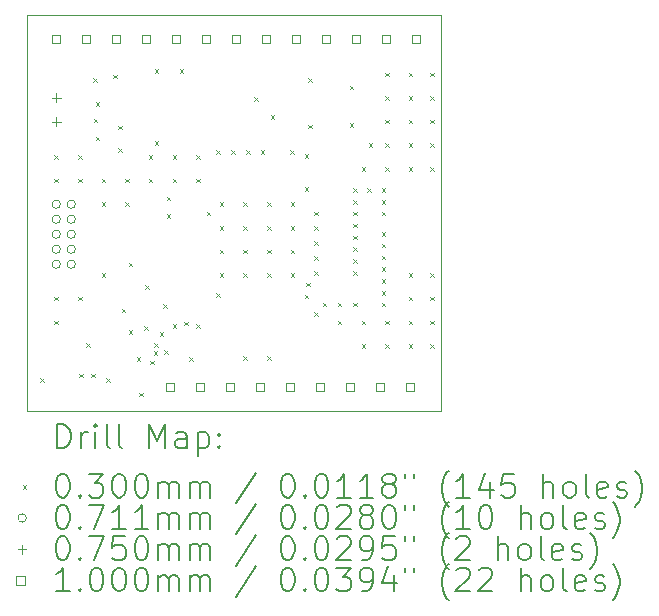
<source format=gbr>
%TF.GenerationSoftware,KiCad,Pcbnew,9.0.0*%
%TF.CreationDate,2025-07-01T12:28:05-04:00*%
%TF.ProjectId,wio-e5-test,77696f2d-6535-42d7-9465-73742e6b6963,rev?*%
%TF.SameCoordinates,Original*%
%TF.FileFunction,Drillmap*%
%TF.FilePolarity,Positive*%
%FSLAX45Y45*%
G04 Gerber Fmt 4.5, Leading zero omitted, Abs format (unit mm)*
G04 Created by KiCad (PCBNEW 9.0.0) date 2025-07-01 12:28:05*
%MOMM*%
%LPD*%
G01*
G04 APERTURE LIST*
%ADD10C,0.050000*%
%ADD11C,0.200000*%
%ADD12C,0.100000*%
G04 APERTURE END LIST*
D10*
X13750000Y-12300000D02*
X17260000Y-12300000D01*
X17260000Y-15650000D01*
X13750000Y-15650000D01*
X13750000Y-12300000D01*
D11*
D12*
X13865000Y-15375000D02*
X13895000Y-15405000D01*
X13895000Y-15375000D02*
X13865000Y-15405000D01*
X13985000Y-13485000D02*
X14015000Y-13515000D01*
X14015000Y-13485000D02*
X13985000Y-13515000D01*
X13985000Y-13685000D02*
X14015000Y-13715000D01*
X14015000Y-13685000D02*
X13985000Y-13715000D01*
X13985000Y-14685000D02*
X14015000Y-14715000D01*
X14015000Y-14685000D02*
X13985000Y-14715000D01*
X13985000Y-14885000D02*
X14015000Y-14915000D01*
X14015000Y-14885000D02*
X13985000Y-14915000D01*
X14185000Y-13485000D02*
X14215000Y-13515000D01*
X14215000Y-13485000D02*
X14185000Y-13515000D01*
X14185000Y-13685000D02*
X14215000Y-13715000D01*
X14215000Y-13685000D02*
X14185000Y-13715000D01*
X14185000Y-14685000D02*
X14215000Y-14715000D01*
X14215000Y-14685000D02*
X14185000Y-14715000D01*
X14195000Y-15335000D02*
X14225000Y-15365000D01*
X14225000Y-15335000D02*
X14195000Y-15365000D01*
X14255000Y-15075000D02*
X14285000Y-15105000D01*
X14285000Y-15075000D02*
X14255000Y-15105000D01*
X14295000Y-15335000D02*
X14325000Y-15365000D01*
X14325000Y-15335000D02*
X14295000Y-15365000D01*
X14315000Y-12835000D02*
X14345000Y-12865000D01*
X14345000Y-12835000D02*
X14315000Y-12865000D01*
X14315885Y-13175885D02*
X14345885Y-13205885D01*
X14345885Y-13175885D02*
X14315885Y-13205885D01*
X14335000Y-13035000D02*
X14365000Y-13065000D01*
X14365000Y-13035000D02*
X14335000Y-13065000D01*
X14335000Y-13330000D02*
X14365000Y-13360000D01*
X14365000Y-13330000D02*
X14335000Y-13360000D01*
X14385000Y-13685000D02*
X14415000Y-13715000D01*
X14415000Y-13685000D02*
X14385000Y-13715000D01*
X14385000Y-13885000D02*
X14415000Y-13915000D01*
X14415000Y-13885000D02*
X14385000Y-13915000D01*
X14385000Y-14485000D02*
X14415000Y-14515000D01*
X14415000Y-14485000D02*
X14385000Y-14515000D01*
X14425000Y-15375000D02*
X14455000Y-15405000D01*
X14455000Y-15375000D02*
X14425000Y-15405000D01*
X14485000Y-12805000D02*
X14515000Y-12835000D01*
X14515000Y-12805000D02*
X14485000Y-12835000D01*
X14525000Y-13235000D02*
X14555000Y-13265000D01*
X14555000Y-13235000D02*
X14525000Y-13265000D01*
X14525000Y-13425000D02*
X14555000Y-13455000D01*
X14555000Y-13425000D02*
X14525000Y-13455000D01*
X14555000Y-14785000D02*
X14585000Y-14815000D01*
X14585000Y-14785000D02*
X14555000Y-14815000D01*
X14585000Y-13685000D02*
X14615000Y-13715000D01*
X14615000Y-13685000D02*
X14585000Y-13715000D01*
X14585000Y-13885000D02*
X14615000Y-13915000D01*
X14615000Y-13885000D02*
X14585000Y-13915000D01*
X14615000Y-14395000D02*
X14645000Y-14425000D01*
X14645000Y-14395000D02*
X14615000Y-14425000D01*
X14615000Y-14965000D02*
X14645000Y-14995000D01*
X14645000Y-14965000D02*
X14615000Y-14995000D01*
X14683550Y-15195870D02*
X14713550Y-15225870D01*
X14713550Y-15195870D02*
X14683550Y-15225870D01*
X14705000Y-15495000D02*
X14735000Y-15525000D01*
X14735000Y-15495000D02*
X14705000Y-15525000D01*
X14745000Y-14935000D02*
X14775000Y-14965000D01*
X14775000Y-14935000D02*
X14745000Y-14965000D01*
X14755000Y-14585000D02*
X14785000Y-14615000D01*
X14785000Y-14585000D02*
X14755000Y-14615000D01*
X14785000Y-13485000D02*
X14815000Y-13515000D01*
X14815000Y-13485000D02*
X14785000Y-13515000D01*
X14785000Y-13685000D02*
X14815000Y-13715000D01*
X14815000Y-13685000D02*
X14785000Y-13715000D01*
X14795000Y-15225000D02*
X14825000Y-15255000D01*
X14825000Y-15225000D02*
X14795000Y-15255000D01*
X14825000Y-15145000D02*
X14855000Y-15175000D01*
X14855000Y-15145000D02*
X14825000Y-15175000D01*
X14831396Y-15079065D02*
X14861396Y-15109065D01*
X14861396Y-15079065D02*
X14831396Y-15109065D01*
X14835000Y-12755000D02*
X14865000Y-12785000D01*
X14865000Y-12755000D02*
X14835000Y-12785000D01*
X14835000Y-13365000D02*
X14865000Y-13395000D01*
X14865000Y-13365000D02*
X14835000Y-13395000D01*
X14875000Y-14985000D02*
X14905000Y-15015000D01*
X14905000Y-14985000D02*
X14875000Y-15015000D01*
X14905000Y-14745000D02*
X14935000Y-14775000D01*
X14935000Y-14745000D02*
X14905000Y-14775000D01*
X14915000Y-15135000D02*
X14945000Y-15165000D01*
X14945000Y-15135000D02*
X14915000Y-15165000D01*
X14935000Y-13835000D02*
X14965000Y-13865000D01*
X14965000Y-13835000D02*
X14935000Y-13865000D01*
X14935000Y-13985000D02*
X14965000Y-14015000D01*
X14965000Y-13985000D02*
X14935000Y-14015000D01*
X14985000Y-13485000D02*
X15015000Y-13515000D01*
X15015000Y-13485000D02*
X14985000Y-13515000D01*
X14985000Y-13685000D02*
X15015000Y-13715000D01*
X15015000Y-13685000D02*
X14985000Y-13715000D01*
X14985000Y-14915000D02*
X15015000Y-14945000D01*
X15015000Y-14915000D02*
X14985000Y-14945000D01*
X15045000Y-12755000D02*
X15075000Y-12785000D01*
X15075000Y-12755000D02*
X15045000Y-12785000D01*
X15085000Y-14895000D02*
X15115000Y-14925000D01*
X15115000Y-14895000D02*
X15085000Y-14925000D01*
X15125000Y-15195000D02*
X15155000Y-15225000D01*
X15155000Y-15195000D02*
X15125000Y-15225000D01*
X15185000Y-13485000D02*
X15215000Y-13515000D01*
X15215000Y-13485000D02*
X15185000Y-13515000D01*
X15185000Y-13685000D02*
X15215000Y-13715000D01*
X15215000Y-13685000D02*
X15185000Y-13715000D01*
X15185000Y-14915000D02*
X15215000Y-14945000D01*
X15215000Y-14915000D02*
X15185000Y-14945000D01*
X15275000Y-13965000D02*
X15305000Y-13995000D01*
X15305000Y-13965000D02*
X15275000Y-13995000D01*
X15355000Y-13445000D02*
X15385000Y-13475000D01*
X15385000Y-13445000D02*
X15355000Y-13475000D01*
X15356750Y-14655000D02*
X15386750Y-14685000D01*
X15386750Y-14655000D02*
X15356750Y-14685000D01*
X15385000Y-13885000D02*
X15415000Y-13915000D01*
X15415000Y-13885000D02*
X15385000Y-13915000D01*
X15385000Y-14085000D02*
X15415000Y-14115000D01*
X15415000Y-14085000D02*
X15385000Y-14115000D01*
X15385000Y-14285000D02*
X15415000Y-14315000D01*
X15415000Y-14285000D02*
X15385000Y-14315000D01*
X15385000Y-14485000D02*
X15415000Y-14515000D01*
X15415000Y-14485000D02*
X15385000Y-14515000D01*
X15481750Y-13445000D02*
X15511750Y-13475000D01*
X15511750Y-13445000D02*
X15481750Y-13475000D01*
X15585000Y-13885000D02*
X15615000Y-13915000D01*
X15615000Y-13885000D02*
X15585000Y-13915000D01*
X15585000Y-14085000D02*
X15615000Y-14115000D01*
X15615000Y-14085000D02*
X15585000Y-14115000D01*
X15585000Y-14285000D02*
X15615000Y-14315000D01*
X15615000Y-14285000D02*
X15585000Y-14315000D01*
X15585000Y-14485000D02*
X15615000Y-14515000D01*
X15615000Y-14485000D02*
X15585000Y-14515000D01*
X15585000Y-15185000D02*
X15615000Y-15215000D01*
X15615000Y-15185000D02*
X15585000Y-15215000D01*
X15606750Y-13445000D02*
X15636750Y-13475000D01*
X15636750Y-13445000D02*
X15606750Y-13475000D01*
X15675000Y-12995000D02*
X15705000Y-13025000D01*
X15705000Y-12995000D02*
X15675000Y-13025000D01*
X15731750Y-13445000D02*
X15761750Y-13475000D01*
X15761750Y-13445000D02*
X15731750Y-13475000D01*
X15785000Y-13885000D02*
X15815000Y-13915000D01*
X15815000Y-13885000D02*
X15785000Y-13915000D01*
X15785000Y-14085000D02*
X15815000Y-14115000D01*
X15815000Y-14085000D02*
X15785000Y-14115000D01*
X15785000Y-14285000D02*
X15815000Y-14315000D01*
X15815000Y-14285000D02*
X15785000Y-14315000D01*
X15785000Y-14485000D02*
X15815000Y-14515000D01*
X15815000Y-14485000D02*
X15785000Y-14515000D01*
X15785000Y-15185000D02*
X15815000Y-15215000D01*
X15815000Y-15185000D02*
X15785000Y-15215000D01*
X15815000Y-13145000D02*
X15845000Y-13175000D01*
X15845000Y-13145000D02*
X15815000Y-13175000D01*
X15981750Y-13445000D02*
X16011750Y-13475000D01*
X16011750Y-13445000D02*
X15981750Y-13475000D01*
X15985000Y-13885000D02*
X16015000Y-13915000D01*
X16015000Y-13885000D02*
X15985000Y-13915000D01*
X15985000Y-14085000D02*
X16015000Y-14115000D01*
X16015000Y-14085000D02*
X15985000Y-14115000D01*
X15985000Y-14285000D02*
X16015000Y-14315000D01*
X16015000Y-14285000D02*
X15985000Y-14315000D01*
X15985000Y-14485000D02*
X16015000Y-14515000D01*
X16015000Y-14485000D02*
X15985000Y-14515000D01*
X16105000Y-13475000D02*
X16135000Y-13505000D01*
X16135000Y-13475000D02*
X16105000Y-13505000D01*
X16105000Y-13755000D02*
X16135000Y-13785000D01*
X16135000Y-13755000D02*
X16105000Y-13785000D01*
X16105000Y-14665000D02*
X16135000Y-14695000D01*
X16135000Y-14665000D02*
X16105000Y-14695000D01*
X16115000Y-14565000D02*
X16145000Y-14595000D01*
X16145000Y-14565000D02*
X16115000Y-14595000D01*
X16135000Y-12835000D02*
X16165000Y-12865000D01*
X16165000Y-12835000D02*
X16135000Y-12865000D01*
X16135000Y-13225000D02*
X16165000Y-13255000D01*
X16165000Y-13225000D02*
X16135000Y-13255000D01*
X16185000Y-13965000D02*
X16215000Y-13995000D01*
X16215000Y-13965000D02*
X16185000Y-13995000D01*
X16185000Y-14085000D02*
X16215000Y-14115000D01*
X16215000Y-14085000D02*
X16185000Y-14115000D01*
X16185000Y-14215000D02*
X16215000Y-14245000D01*
X16215000Y-14215000D02*
X16185000Y-14245000D01*
X16185000Y-14339500D02*
X16215000Y-14369500D01*
X16215000Y-14339500D02*
X16185000Y-14369500D01*
X16185000Y-14465000D02*
X16215000Y-14495000D01*
X16215000Y-14465000D02*
X16185000Y-14495000D01*
X16185000Y-14815000D02*
X16215000Y-14845000D01*
X16215000Y-14815000D02*
X16185000Y-14845000D01*
X16255000Y-14735000D02*
X16285000Y-14765000D01*
X16285000Y-14735000D02*
X16255000Y-14765000D01*
X16385000Y-14735000D02*
X16415000Y-14765000D01*
X16415000Y-14735000D02*
X16385000Y-14765000D01*
X16385000Y-14885000D02*
X16415000Y-14915000D01*
X16415000Y-14885000D02*
X16385000Y-14915000D01*
X16485000Y-12895000D02*
X16515000Y-12925000D01*
X16515000Y-12895000D02*
X16485000Y-12925000D01*
X16485000Y-13215000D02*
X16515000Y-13245000D01*
X16515000Y-13215000D02*
X16485000Y-13245000D01*
X16515000Y-13765000D02*
X16545000Y-13795000D01*
X16545000Y-13765000D02*
X16515000Y-13795000D01*
X16515000Y-13865000D02*
X16545000Y-13895000D01*
X16545000Y-13865000D02*
X16515000Y-13895000D01*
X16515000Y-13965000D02*
X16545000Y-13995000D01*
X16545000Y-13965000D02*
X16515000Y-13995000D01*
X16515000Y-14065000D02*
X16545000Y-14095000D01*
X16545000Y-14065000D02*
X16515000Y-14095000D01*
X16515000Y-14165000D02*
X16545000Y-14195000D01*
X16545000Y-14165000D02*
X16515000Y-14195000D01*
X16515000Y-14265000D02*
X16545000Y-14295000D01*
X16545000Y-14265000D02*
X16515000Y-14295000D01*
X16515000Y-14365000D02*
X16545000Y-14395000D01*
X16545000Y-14365000D02*
X16515000Y-14395000D01*
X16515000Y-14465000D02*
X16545000Y-14495000D01*
X16545000Y-14465000D02*
X16515000Y-14495000D01*
X16515000Y-14735000D02*
X16545000Y-14765000D01*
X16545000Y-14735000D02*
X16515000Y-14765000D01*
X16585000Y-13585000D02*
X16615000Y-13615000D01*
X16615000Y-13585000D02*
X16585000Y-13615000D01*
X16585000Y-14885000D02*
X16615000Y-14915000D01*
X16615000Y-14885000D02*
X16585000Y-14915000D01*
X16585000Y-15085000D02*
X16615000Y-15115000D01*
X16615000Y-15085000D02*
X16585000Y-15115000D01*
X16635000Y-13765000D02*
X16665000Y-13795000D01*
X16665000Y-13765000D02*
X16635000Y-13795000D01*
X16645000Y-13385000D02*
X16675000Y-13415000D01*
X16675000Y-13385000D02*
X16645000Y-13415000D01*
X16755000Y-13765000D02*
X16785000Y-13795000D01*
X16785000Y-13765000D02*
X16755000Y-13795000D01*
X16755000Y-13865000D02*
X16785000Y-13895000D01*
X16785000Y-13865000D02*
X16755000Y-13895000D01*
X16755000Y-13965000D02*
X16785000Y-13995000D01*
X16785000Y-13965000D02*
X16755000Y-13995000D01*
X16755000Y-14135000D02*
X16785000Y-14165000D01*
X16785000Y-14135000D02*
X16755000Y-14165000D01*
X16755000Y-14235000D02*
X16785000Y-14265000D01*
X16785000Y-14235000D02*
X16755000Y-14265000D01*
X16755000Y-14335000D02*
X16785000Y-14365000D01*
X16785000Y-14335000D02*
X16755000Y-14365000D01*
X16755000Y-14435000D02*
X16785000Y-14465000D01*
X16785000Y-14435000D02*
X16755000Y-14465000D01*
X16755000Y-14535000D02*
X16785000Y-14565000D01*
X16785000Y-14535000D02*
X16755000Y-14565000D01*
X16755000Y-14635000D02*
X16785000Y-14665000D01*
X16785000Y-14635000D02*
X16755000Y-14665000D01*
X16755000Y-14735000D02*
X16785000Y-14765000D01*
X16785000Y-14735000D02*
X16755000Y-14765000D01*
X16785000Y-12785000D02*
X16815000Y-12815000D01*
X16815000Y-12785000D02*
X16785000Y-12815000D01*
X16785000Y-12985000D02*
X16815000Y-13015000D01*
X16815000Y-12985000D02*
X16785000Y-13015000D01*
X16785000Y-13185000D02*
X16815000Y-13215000D01*
X16815000Y-13185000D02*
X16785000Y-13215000D01*
X16785000Y-13385000D02*
X16815000Y-13415000D01*
X16815000Y-13385000D02*
X16785000Y-13415000D01*
X16785000Y-13585000D02*
X16815000Y-13615000D01*
X16815000Y-13585000D02*
X16785000Y-13615000D01*
X16785000Y-14885000D02*
X16815000Y-14915000D01*
X16815000Y-14885000D02*
X16785000Y-14915000D01*
X16785000Y-15085000D02*
X16815000Y-15115000D01*
X16815000Y-15085000D02*
X16785000Y-15115000D01*
X16985000Y-12785000D02*
X17015000Y-12815000D01*
X17015000Y-12785000D02*
X16985000Y-12815000D01*
X16985000Y-12985000D02*
X17015000Y-13015000D01*
X17015000Y-12985000D02*
X16985000Y-13015000D01*
X16985000Y-13185000D02*
X17015000Y-13215000D01*
X17015000Y-13185000D02*
X16985000Y-13215000D01*
X16985000Y-13385000D02*
X17015000Y-13415000D01*
X17015000Y-13385000D02*
X16985000Y-13415000D01*
X16985000Y-13585000D02*
X17015000Y-13615000D01*
X17015000Y-13585000D02*
X16985000Y-13615000D01*
X16985000Y-14485000D02*
X17015000Y-14515000D01*
X17015000Y-14485000D02*
X16985000Y-14515000D01*
X16985000Y-14685000D02*
X17015000Y-14715000D01*
X17015000Y-14685000D02*
X16985000Y-14715000D01*
X16985000Y-14885000D02*
X17015000Y-14915000D01*
X17015000Y-14885000D02*
X16985000Y-14915000D01*
X16985000Y-15085000D02*
X17015000Y-15115000D01*
X17015000Y-15085000D02*
X16985000Y-15115000D01*
X17165000Y-12785000D02*
X17195000Y-12815000D01*
X17195000Y-12785000D02*
X17165000Y-12815000D01*
X17165000Y-12985000D02*
X17195000Y-13015000D01*
X17195000Y-12985000D02*
X17165000Y-13015000D01*
X17165000Y-13185000D02*
X17195000Y-13215000D01*
X17195000Y-13185000D02*
X17165000Y-13215000D01*
X17165000Y-13385000D02*
X17195000Y-13415000D01*
X17195000Y-13385000D02*
X17165000Y-13415000D01*
X17165000Y-13585000D02*
X17195000Y-13615000D01*
X17195000Y-13585000D02*
X17165000Y-13615000D01*
X17165000Y-14485000D02*
X17195000Y-14515000D01*
X17195000Y-14485000D02*
X17165000Y-14515000D01*
X17165000Y-14685000D02*
X17195000Y-14715000D01*
X17195000Y-14685000D02*
X17165000Y-14715000D01*
X17165000Y-14885000D02*
X17195000Y-14915000D01*
X17195000Y-14885000D02*
X17165000Y-14915000D01*
X17165000Y-15085000D02*
X17195000Y-15115000D01*
X17195000Y-15085000D02*
X17165000Y-15115000D01*
X14035560Y-13900000D02*
G75*
G02*
X13964440Y-13900000I-35560J0D01*
G01*
X13964440Y-13900000D02*
G75*
G02*
X14035560Y-13900000I35560J0D01*
G01*
X14035560Y-14027000D02*
G75*
G02*
X13964440Y-14027000I-35560J0D01*
G01*
X13964440Y-14027000D02*
G75*
G02*
X14035560Y-14027000I35560J0D01*
G01*
X14035560Y-14154000D02*
G75*
G02*
X13964440Y-14154000I-35560J0D01*
G01*
X13964440Y-14154000D02*
G75*
G02*
X14035560Y-14154000I35560J0D01*
G01*
X14035560Y-14281000D02*
G75*
G02*
X13964440Y-14281000I-35560J0D01*
G01*
X13964440Y-14281000D02*
G75*
G02*
X14035560Y-14281000I35560J0D01*
G01*
X14035560Y-14408000D02*
G75*
G02*
X13964440Y-14408000I-35560J0D01*
G01*
X13964440Y-14408000D02*
G75*
G02*
X14035560Y-14408000I35560J0D01*
G01*
X14162560Y-13900000D02*
G75*
G02*
X14091440Y-13900000I-35560J0D01*
G01*
X14091440Y-13900000D02*
G75*
G02*
X14162560Y-13900000I35560J0D01*
G01*
X14162560Y-14027000D02*
G75*
G02*
X14091440Y-14027000I-35560J0D01*
G01*
X14091440Y-14027000D02*
G75*
G02*
X14162560Y-14027000I35560J0D01*
G01*
X14162560Y-14154000D02*
G75*
G02*
X14091440Y-14154000I-35560J0D01*
G01*
X14091440Y-14154000D02*
G75*
G02*
X14162560Y-14154000I35560J0D01*
G01*
X14162560Y-14281000D02*
G75*
G02*
X14091440Y-14281000I-35560J0D01*
G01*
X14091440Y-14281000D02*
G75*
G02*
X14162560Y-14281000I35560J0D01*
G01*
X14162560Y-14408000D02*
G75*
G02*
X14091440Y-14408000I-35560J0D01*
G01*
X14091440Y-14408000D02*
G75*
G02*
X14162560Y-14408000I35560J0D01*
G01*
X14000000Y-12962500D02*
X14000000Y-13037500D01*
X13962500Y-13000000D02*
X14037500Y-13000000D01*
X14000000Y-13162500D02*
X14000000Y-13237500D01*
X13962500Y-13200000D02*
X14037500Y-13200000D01*
X14035356Y-12535356D02*
X14035356Y-12464644D01*
X13964644Y-12464644D01*
X13964644Y-12535356D01*
X14035356Y-12535356D01*
X14289356Y-12535356D02*
X14289356Y-12464644D01*
X14218644Y-12464644D01*
X14218644Y-12535356D01*
X14289356Y-12535356D01*
X14543356Y-12535356D02*
X14543356Y-12464644D01*
X14472644Y-12464644D01*
X14472644Y-12535356D01*
X14543356Y-12535356D01*
X14797356Y-12535356D02*
X14797356Y-12464644D01*
X14726644Y-12464644D01*
X14726644Y-12535356D01*
X14797356Y-12535356D01*
X15001356Y-15485356D02*
X15001356Y-15414644D01*
X14930644Y-15414644D01*
X14930644Y-15485356D01*
X15001356Y-15485356D01*
X15051356Y-12535356D02*
X15051356Y-12464644D01*
X14980644Y-12464644D01*
X14980644Y-12535356D01*
X15051356Y-12535356D01*
X15255356Y-15485356D02*
X15255356Y-15414644D01*
X15184644Y-15414644D01*
X15184644Y-15485356D01*
X15255356Y-15485356D01*
X15305356Y-12535356D02*
X15305356Y-12464644D01*
X15234644Y-12464644D01*
X15234644Y-12535356D01*
X15305356Y-12535356D01*
X15509356Y-15485356D02*
X15509356Y-15414644D01*
X15438644Y-15414644D01*
X15438644Y-15485356D01*
X15509356Y-15485356D01*
X15559356Y-12535356D02*
X15559356Y-12464644D01*
X15488644Y-12464644D01*
X15488644Y-12535356D01*
X15559356Y-12535356D01*
X15763356Y-15485356D02*
X15763356Y-15414644D01*
X15692644Y-15414644D01*
X15692644Y-15485356D01*
X15763356Y-15485356D01*
X15813356Y-12535356D02*
X15813356Y-12464644D01*
X15742644Y-12464644D01*
X15742644Y-12535356D01*
X15813356Y-12535356D01*
X16017356Y-15485356D02*
X16017356Y-15414644D01*
X15946644Y-15414644D01*
X15946644Y-15485356D01*
X16017356Y-15485356D01*
X16067356Y-12535356D02*
X16067356Y-12464644D01*
X15996644Y-12464644D01*
X15996644Y-12535356D01*
X16067356Y-12535356D01*
X16271356Y-15485356D02*
X16271356Y-15414644D01*
X16200644Y-15414644D01*
X16200644Y-15485356D01*
X16271356Y-15485356D01*
X16321356Y-12535356D02*
X16321356Y-12464644D01*
X16250644Y-12464644D01*
X16250644Y-12535356D01*
X16321356Y-12535356D01*
X16525356Y-15485356D02*
X16525356Y-15414644D01*
X16454644Y-15414644D01*
X16454644Y-15485356D01*
X16525356Y-15485356D01*
X16575356Y-12535356D02*
X16575356Y-12464644D01*
X16504644Y-12464644D01*
X16504644Y-12535356D01*
X16575356Y-12535356D01*
X16779356Y-15485356D02*
X16779356Y-15414644D01*
X16708644Y-15414644D01*
X16708644Y-15485356D01*
X16779356Y-15485356D01*
X16829356Y-12535356D02*
X16829356Y-12464644D01*
X16758644Y-12464644D01*
X16758644Y-12535356D01*
X16829356Y-12535356D01*
X17033356Y-15485356D02*
X17033356Y-15414644D01*
X16962644Y-15414644D01*
X16962644Y-15485356D01*
X17033356Y-15485356D01*
X17083356Y-12535356D02*
X17083356Y-12464644D01*
X17012644Y-12464644D01*
X17012644Y-12535356D01*
X17083356Y-12535356D01*
D11*
X14008277Y-15963984D02*
X14008277Y-15763984D01*
X14008277Y-15763984D02*
X14055896Y-15763984D01*
X14055896Y-15763984D02*
X14084467Y-15773508D01*
X14084467Y-15773508D02*
X14103515Y-15792555D01*
X14103515Y-15792555D02*
X14113039Y-15811603D01*
X14113039Y-15811603D02*
X14122562Y-15849698D01*
X14122562Y-15849698D02*
X14122562Y-15878269D01*
X14122562Y-15878269D02*
X14113039Y-15916365D01*
X14113039Y-15916365D02*
X14103515Y-15935412D01*
X14103515Y-15935412D02*
X14084467Y-15954460D01*
X14084467Y-15954460D02*
X14055896Y-15963984D01*
X14055896Y-15963984D02*
X14008277Y-15963984D01*
X14208277Y-15963984D02*
X14208277Y-15830650D01*
X14208277Y-15868746D02*
X14217801Y-15849698D01*
X14217801Y-15849698D02*
X14227324Y-15840174D01*
X14227324Y-15840174D02*
X14246372Y-15830650D01*
X14246372Y-15830650D02*
X14265420Y-15830650D01*
X14332086Y-15963984D02*
X14332086Y-15830650D01*
X14332086Y-15763984D02*
X14322562Y-15773508D01*
X14322562Y-15773508D02*
X14332086Y-15783031D01*
X14332086Y-15783031D02*
X14341610Y-15773508D01*
X14341610Y-15773508D02*
X14332086Y-15763984D01*
X14332086Y-15763984D02*
X14332086Y-15783031D01*
X14455896Y-15963984D02*
X14436848Y-15954460D01*
X14436848Y-15954460D02*
X14427324Y-15935412D01*
X14427324Y-15935412D02*
X14427324Y-15763984D01*
X14560658Y-15963984D02*
X14541610Y-15954460D01*
X14541610Y-15954460D02*
X14532086Y-15935412D01*
X14532086Y-15935412D02*
X14532086Y-15763984D01*
X14789229Y-15963984D02*
X14789229Y-15763984D01*
X14789229Y-15763984D02*
X14855896Y-15906841D01*
X14855896Y-15906841D02*
X14922562Y-15763984D01*
X14922562Y-15763984D02*
X14922562Y-15963984D01*
X15103515Y-15963984D02*
X15103515Y-15859222D01*
X15103515Y-15859222D02*
X15093991Y-15840174D01*
X15093991Y-15840174D02*
X15074943Y-15830650D01*
X15074943Y-15830650D02*
X15036848Y-15830650D01*
X15036848Y-15830650D02*
X15017801Y-15840174D01*
X15103515Y-15954460D02*
X15084467Y-15963984D01*
X15084467Y-15963984D02*
X15036848Y-15963984D01*
X15036848Y-15963984D02*
X15017801Y-15954460D01*
X15017801Y-15954460D02*
X15008277Y-15935412D01*
X15008277Y-15935412D02*
X15008277Y-15916365D01*
X15008277Y-15916365D02*
X15017801Y-15897317D01*
X15017801Y-15897317D02*
X15036848Y-15887793D01*
X15036848Y-15887793D02*
X15084467Y-15887793D01*
X15084467Y-15887793D02*
X15103515Y-15878269D01*
X15198753Y-15830650D02*
X15198753Y-16030650D01*
X15198753Y-15840174D02*
X15217801Y-15830650D01*
X15217801Y-15830650D02*
X15255896Y-15830650D01*
X15255896Y-15830650D02*
X15274943Y-15840174D01*
X15274943Y-15840174D02*
X15284467Y-15849698D01*
X15284467Y-15849698D02*
X15293991Y-15868746D01*
X15293991Y-15868746D02*
X15293991Y-15925888D01*
X15293991Y-15925888D02*
X15284467Y-15944936D01*
X15284467Y-15944936D02*
X15274943Y-15954460D01*
X15274943Y-15954460D02*
X15255896Y-15963984D01*
X15255896Y-15963984D02*
X15217801Y-15963984D01*
X15217801Y-15963984D02*
X15198753Y-15954460D01*
X15379705Y-15944936D02*
X15389229Y-15954460D01*
X15389229Y-15954460D02*
X15379705Y-15963984D01*
X15379705Y-15963984D02*
X15370182Y-15954460D01*
X15370182Y-15954460D02*
X15379705Y-15944936D01*
X15379705Y-15944936D02*
X15379705Y-15963984D01*
X15379705Y-15840174D02*
X15389229Y-15849698D01*
X15389229Y-15849698D02*
X15379705Y-15859222D01*
X15379705Y-15859222D02*
X15370182Y-15849698D01*
X15370182Y-15849698D02*
X15379705Y-15840174D01*
X15379705Y-15840174D02*
X15379705Y-15859222D01*
D12*
X13717500Y-16277500D02*
X13747500Y-16307500D01*
X13747500Y-16277500D02*
X13717500Y-16307500D01*
D11*
X14046372Y-16183984D02*
X14065420Y-16183984D01*
X14065420Y-16183984D02*
X14084467Y-16193508D01*
X14084467Y-16193508D02*
X14093991Y-16203031D01*
X14093991Y-16203031D02*
X14103515Y-16222079D01*
X14103515Y-16222079D02*
X14113039Y-16260174D01*
X14113039Y-16260174D02*
X14113039Y-16307793D01*
X14113039Y-16307793D02*
X14103515Y-16345888D01*
X14103515Y-16345888D02*
X14093991Y-16364936D01*
X14093991Y-16364936D02*
X14084467Y-16374460D01*
X14084467Y-16374460D02*
X14065420Y-16383984D01*
X14065420Y-16383984D02*
X14046372Y-16383984D01*
X14046372Y-16383984D02*
X14027324Y-16374460D01*
X14027324Y-16374460D02*
X14017801Y-16364936D01*
X14017801Y-16364936D02*
X14008277Y-16345888D01*
X14008277Y-16345888D02*
X13998753Y-16307793D01*
X13998753Y-16307793D02*
X13998753Y-16260174D01*
X13998753Y-16260174D02*
X14008277Y-16222079D01*
X14008277Y-16222079D02*
X14017801Y-16203031D01*
X14017801Y-16203031D02*
X14027324Y-16193508D01*
X14027324Y-16193508D02*
X14046372Y-16183984D01*
X14198753Y-16364936D02*
X14208277Y-16374460D01*
X14208277Y-16374460D02*
X14198753Y-16383984D01*
X14198753Y-16383984D02*
X14189229Y-16374460D01*
X14189229Y-16374460D02*
X14198753Y-16364936D01*
X14198753Y-16364936D02*
X14198753Y-16383984D01*
X14274943Y-16183984D02*
X14398753Y-16183984D01*
X14398753Y-16183984D02*
X14332086Y-16260174D01*
X14332086Y-16260174D02*
X14360658Y-16260174D01*
X14360658Y-16260174D02*
X14379705Y-16269698D01*
X14379705Y-16269698D02*
X14389229Y-16279222D01*
X14389229Y-16279222D02*
X14398753Y-16298269D01*
X14398753Y-16298269D02*
X14398753Y-16345888D01*
X14398753Y-16345888D02*
X14389229Y-16364936D01*
X14389229Y-16364936D02*
X14379705Y-16374460D01*
X14379705Y-16374460D02*
X14360658Y-16383984D01*
X14360658Y-16383984D02*
X14303515Y-16383984D01*
X14303515Y-16383984D02*
X14284467Y-16374460D01*
X14284467Y-16374460D02*
X14274943Y-16364936D01*
X14522562Y-16183984D02*
X14541610Y-16183984D01*
X14541610Y-16183984D02*
X14560658Y-16193508D01*
X14560658Y-16193508D02*
X14570182Y-16203031D01*
X14570182Y-16203031D02*
X14579705Y-16222079D01*
X14579705Y-16222079D02*
X14589229Y-16260174D01*
X14589229Y-16260174D02*
X14589229Y-16307793D01*
X14589229Y-16307793D02*
X14579705Y-16345888D01*
X14579705Y-16345888D02*
X14570182Y-16364936D01*
X14570182Y-16364936D02*
X14560658Y-16374460D01*
X14560658Y-16374460D02*
X14541610Y-16383984D01*
X14541610Y-16383984D02*
X14522562Y-16383984D01*
X14522562Y-16383984D02*
X14503515Y-16374460D01*
X14503515Y-16374460D02*
X14493991Y-16364936D01*
X14493991Y-16364936D02*
X14484467Y-16345888D01*
X14484467Y-16345888D02*
X14474943Y-16307793D01*
X14474943Y-16307793D02*
X14474943Y-16260174D01*
X14474943Y-16260174D02*
X14484467Y-16222079D01*
X14484467Y-16222079D02*
X14493991Y-16203031D01*
X14493991Y-16203031D02*
X14503515Y-16193508D01*
X14503515Y-16193508D02*
X14522562Y-16183984D01*
X14713039Y-16183984D02*
X14732086Y-16183984D01*
X14732086Y-16183984D02*
X14751134Y-16193508D01*
X14751134Y-16193508D02*
X14760658Y-16203031D01*
X14760658Y-16203031D02*
X14770182Y-16222079D01*
X14770182Y-16222079D02*
X14779705Y-16260174D01*
X14779705Y-16260174D02*
X14779705Y-16307793D01*
X14779705Y-16307793D02*
X14770182Y-16345888D01*
X14770182Y-16345888D02*
X14760658Y-16364936D01*
X14760658Y-16364936D02*
X14751134Y-16374460D01*
X14751134Y-16374460D02*
X14732086Y-16383984D01*
X14732086Y-16383984D02*
X14713039Y-16383984D01*
X14713039Y-16383984D02*
X14693991Y-16374460D01*
X14693991Y-16374460D02*
X14684467Y-16364936D01*
X14684467Y-16364936D02*
X14674943Y-16345888D01*
X14674943Y-16345888D02*
X14665420Y-16307793D01*
X14665420Y-16307793D02*
X14665420Y-16260174D01*
X14665420Y-16260174D02*
X14674943Y-16222079D01*
X14674943Y-16222079D02*
X14684467Y-16203031D01*
X14684467Y-16203031D02*
X14693991Y-16193508D01*
X14693991Y-16193508D02*
X14713039Y-16183984D01*
X14865420Y-16383984D02*
X14865420Y-16250650D01*
X14865420Y-16269698D02*
X14874943Y-16260174D01*
X14874943Y-16260174D02*
X14893991Y-16250650D01*
X14893991Y-16250650D02*
X14922563Y-16250650D01*
X14922563Y-16250650D02*
X14941610Y-16260174D01*
X14941610Y-16260174D02*
X14951134Y-16279222D01*
X14951134Y-16279222D02*
X14951134Y-16383984D01*
X14951134Y-16279222D02*
X14960658Y-16260174D01*
X14960658Y-16260174D02*
X14979705Y-16250650D01*
X14979705Y-16250650D02*
X15008277Y-16250650D01*
X15008277Y-16250650D02*
X15027324Y-16260174D01*
X15027324Y-16260174D02*
X15036848Y-16279222D01*
X15036848Y-16279222D02*
X15036848Y-16383984D01*
X15132086Y-16383984D02*
X15132086Y-16250650D01*
X15132086Y-16269698D02*
X15141610Y-16260174D01*
X15141610Y-16260174D02*
X15160658Y-16250650D01*
X15160658Y-16250650D02*
X15189229Y-16250650D01*
X15189229Y-16250650D02*
X15208277Y-16260174D01*
X15208277Y-16260174D02*
X15217801Y-16279222D01*
X15217801Y-16279222D02*
X15217801Y-16383984D01*
X15217801Y-16279222D02*
X15227324Y-16260174D01*
X15227324Y-16260174D02*
X15246372Y-16250650D01*
X15246372Y-16250650D02*
X15274943Y-16250650D01*
X15274943Y-16250650D02*
X15293991Y-16260174D01*
X15293991Y-16260174D02*
X15303515Y-16279222D01*
X15303515Y-16279222D02*
X15303515Y-16383984D01*
X15693991Y-16174460D02*
X15522563Y-16431603D01*
X15951134Y-16183984D02*
X15970182Y-16183984D01*
X15970182Y-16183984D02*
X15989229Y-16193508D01*
X15989229Y-16193508D02*
X15998753Y-16203031D01*
X15998753Y-16203031D02*
X16008277Y-16222079D01*
X16008277Y-16222079D02*
X16017801Y-16260174D01*
X16017801Y-16260174D02*
X16017801Y-16307793D01*
X16017801Y-16307793D02*
X16008277Y-16345888D01*
X16008277Y-16345888D02*
X15998753Y-16364936D01*
X15998753Y-16364936D02*
X15989229Y-16374460D01*
X15989229Y-16374460D02*
X15970182Y-16383984D01*
X15970182Y-16383984D02*
X15951134Y-16383984D01*
X15951134Y-16383984D02*
X15932086Y-16374460D01*
X15932086Y-16374460D02*
X15922563Y-16364936D01*
X15922563Y-16364936D02*
X15913039Y-16345888D01*
X15913039Y-16345888D02*
X15903515Y-16307793D01*
X15903515Y-16307793D02*
X15903515Y-16260174D01*
X15903515Y-16260174D02*
X15913039Y-16222079D01*
X15913039Y-16222079D02*
X15922563Y-16203031D01*
X15922563Y-16203031D02*
X15932086Y-16193508D01*
X15932086Y-16193508D02*
X15951134Y-16183984D01*
X16103515Y-16364936D02*
X16113039Y-16374460D01*
X16113039Y-16374460D02*
X16103515Y-16383984D01*
X16103515Y-16383984D02*
X16093991Y-16374460D01*
X16093991Y-16374460D02*
X16103515Y-16364936D01*
X16103515Y-16364936D02*
X16103515Y-16383984D01*
X16236848Y-16183984D02*
X16255896Y-16183984D01*
X16255896Y-16183984D02*
X16274944Y-16193508D01*
X16274944Y-16193508D02*
X16284467Y-16203031D01*
X16284467Y-16203031D02*
X16293991Y-16222079D01*
X16293991Y-16222079D02*
X16303515Y-16260174D01*
X16303515Y-16260174D02*
X16303515Y-16307793D01*
X16303515Y-16307793D02*
X16293991Y-16345888D01*
X16293991Y-16345888D02*
X16284467Y-16364936D01*
X16284467Y-16364936D02*
X16274944Y-16374460D01*
X16274944Y-16374460D02*
X16255896Y-16383984D01*
X16255896Y-16383984D02*
X16236848Y-16383984D01*
X16236848Y-16383984D02*
X16217801Y-16374460D01*
X16217801Y-16374460D02*
X16208277Y-16364936D01*
X16208277Y-16364936D02*
X16198753Y-16345888D01*
X16198753Y-16345888D02*
X16189229Y-16307793D01*
X16189229Y-16307793D02*
X16189229Y-16260174D01*
X16189229Y-16260174D02*
X16198753Y-16222079D01*
X16198753Y-16222079D02*
X16208277Y-16203031D01*
X16208277Y-16203031D02*
X16217801Y-16193508D01*
X16217801Y-16193508D02*
X16236848Y-16183984D01*
X16493991Y-16383984D02*
X16379706Y-16383984D01*
X16436848Y-16383984D02*
X16436848Y-16183984D01*
X16436848Y-16183984D02*
X16417801Y-16212555D01*
X16417801Y-16212555D02*
X16398753Y-16231603D01*
X16398753Y-16231603D02*
X16379706Y-16241127D01*
X16684467Y-16383984D02*
X16570182Y-16383984D01*
X16627325Y-16383984D02*
X16627325Y-16183984D01*
X16627325Y-16183984D02*
X16608277Y-16212555D01*
X16608277Y-16212555D02*
X16589229Y-16231603D01*
X16589229Y-16231603D02*
X16570182Y-16241127D01*
X16798753Y-16269698D02*
X16779706Y-16260174D01*
X16779706Y-16260174D02*
X16770182Y-16250650D01*
X16770182Y-16250650D02*
X16760658Y-16231603D01*
X16760658Y-16231603D02*
X16760658Y-16222079D01*
X16760658Y-16222079D02*
X16770182Y-16203031D01*
X16770182Y-16203031D02*
X16779706Y-16193508D01*
X16779706Y-16193508D02*
X16798753Y-16183984D01*
X16798753Y-16183984D02*
X16836849Y-16183984D01*
X16836849Y-16183984D02*
X16855896Y-16193508D01*
X16855896Y-16193508D02*
X16865420Y-16203031D01*
X16865420Y-16203031D02*
X16874944Y-16222079D01*
X16874944Y-16222079D02*
X16874944Y-16231603D01*
X16874944Y-16231603D02*
X16865420Y-16250650D01*
X16865420Y-16250650D02*
X16855896Y-16260174D01*
X16855896Y-16260174D02*
X16836849Y-16269698D01*
X16836849Y-16269698D02*
X16798753Y-16269698D01*
X16798753Y-16269698D02*
X16779706Y-16279222D01*
X16779706Y-16279222D02*
X16770182Y-16288746D01*
X16770182Y-16288746D02*
X16760658Y-16307793D01*
X16760658Y-16307793D02*
X16760658Y-16345888D01*
X16760658Y-16345888D02*
X16770182Y-16364936D01*
X16770182Y-16364936D02*
X16779706Y-16374460D01*
X16779706Y-16374460D02*
X16798753Y-16383984D01*
X16798753Y-16383984D02*
X16836849Y-16383984D01*
X16836849Y-16383984D02*
X16855896Y-16374460D01*
X16855896Y-16374460D02*
X16865420Y-16364936D01*
X16865420Y-16364936D02*
X16874944Y-16345888D01*
X16874944Y-16345888D02*
X16874944Y-16307793D01*
X16874944Y-16307793D02*
X16865420Y-16288746D01*
X16865420Y-16288746D02*
X16855896Y-16279222D01*
X16855896Y-16279222D02*
X16836849Y-16269698D01*
X16951134Y-16183984D02*
X16951134Y-16222079D01*
X17027325Y-16183984D02*
X17027325Y-16222079D01*
X17322563Y-16460174D02*
X17313039Y-16450650D01*
X17313039Y-16450650D02*
X17293991Y-16422079D01*
X17293991Y-16422079D02*
X17284468Y-16403031D01*
X17284468Y-16403031D02*
X17274944Y-16374460D01*
X17274944Y-16374460D02*
X17265420Y-16326841D01*
X17265420Y-16326841D02*
X17265420Y-16288746D01*
X17265420Y-16288746D02*
X17274944Y-16241127D01*
X17274944Y-16241127D02*
X17284468Y-16212555D01*
X17284468Y-16212555D02*
X17293991Y-16193508D01*
X17293991Y-16193508D02*
X17313039Y-16164936D01*
X17313039Y-16164936D02*
X17322563Y-16155412D01*
X17503515Y-16383984D02*
X17389230Y-16383984D01*
X17446372Y-16383984D02*
X17446372Y-16183984D01*
X17446372Y-16183984D02*
X17427325Y-16212555D01*
X17427325Y-16212555D02*
X17408277Y-16231603D01*
X17408277Y-16231603D02*
X17389230Y-16241127D01*
X17674944Y-16250650D02*
X17674944Y-16383984D01*
X17627325Y-16174460D02*
X17579706Y-16317317D01*
X17579706Y-16317317D02*
X17703515Y-16317317D01*
X17874944Y-16183984D02*
X17779706Y-16183984D01*
X17779706Y-16183984D02*
X17770182Y-16279222D01*
X17770182Y-16279222D02*
X17779706Y-16269698D01*
X17779706Y-16269698D02*
X17798753Y-16260174D01*
X17798753Y-16260174D02*
X17846372Y-16260174D01*
X17846372Y-16260174D02*
X17865420Y-16269698D01*
X17865420Y-16269698D02*
X17874944Y-16279222D01*
X17874944Y-16279222D02*
X17884468Y-16298269D01*
X17884468Y-16298269D02*
X17884468Y-16345888D01*
X17884468Y-16345888D02*
X17874944Y-16364936D01*
X17874944Y-16364936D02*
X17865420Y-16374460D01*
X17865420Y-16374460D02*
X17846372Y-16383984D01*
X17846372Y-16383984D02*
X17798753Y-16383984D01*
X17798753Y-16383984D02*
X17779706Y-16374460D01*
X17779706Y-16374460D02*
X17770182Y-16364936D01*
X18122563Y-16383984D02*
X18122563Y-16183984D01*
X18208277Y-16383984D02*
X18208277Y-16279222D01*
X18208277Y-16279222D02*
X18198753Y-16260174D01*
X18198753Y-16260174D02*
X18179706Y-16250650D01*
X18179706Y-16250650D02*
X18151134Y-16250650D01*
X18151134Y-16250650D02*
X18132087Y-16260174D01*
X18132087Y-16260174D02*
X18122563Y-16269698D01*
X18332087Y-16383984D02*
X18313039Y-16374460D01*
X18313039Y-16374460D02*
X18303515Y-16364936D01*
X18303515Y-16364936D02*
X18293992Y-16345888D01*
X18293992Y-16345888D02*
X18293992Y-16288746D01*
X18293992Y-16288746D02*
X18303515Y-16269698D01*
X18303515Y-16269698D02*
X18313039Y-16260174D01*
X18313039Y-16260174D02*
X18332087Y-16250650D01*
X18332087Y-16250650D02*
X18360658Y-16250650D01*
X18360658Y-16250650D02*
X18379706Y-16260174D01*
X18379706Y-16260174D02*
X18389230Y-16269698D01*
X18389230Y-16269698D02*
X18398753Y-16288746D01*
X18398753Y-16288746D02*
X18398753Y-16345888D01*
X18398753Y-16345888D02*
X18389230Y-16364936D01*
X18389230Y-16364936D02*
X18379706Y-16374460D01*
X18379706Y-16374460D02*
X18360658Y-16383984D01*
X18360658Y-16383984D02*
X18332087Y-16383984D01*
X18513039Y-16383984D02*
X18493992Y-16374460D01*
X18493992Y-16374460D02*
X18484468Y-16355412D01*
X18484468Y-16355412D02*
X18484468Y-16183984D01*
X18665420Y-16374460D02*
X18646373Y-16383984D01*
X18646373Y-16383984D02*
X18608277Y-16383984D01*
X18608277Y-16383984D02*
X18589230Y-16374460D01*
X18589230Y-16374460D02*
X18579706Y-16355412D01*
X18579706Y-16355412D02*
X18579706Y-16279222D01*
X18579706Y-16279222D02*
X18589230Y-16260174D01*
X18589230Y-16260174D02*
X18608277Y-16250650D01*
X18608277Y-16250650D02*
X18646373Y-16250650D01*
X18646373Y-16250650D02*
X18665420Y-16260174D01*
X18665420Y-16260174D02*
X18674944Y-16279222D01*
X18674944Y-16279222D02*
X18674944Y-16298269D01*
X18674944Y-16298269D02*
X18579706Y-16317317D01*
X18751134Y-16374460D02*
X18770182Y-16383984D01*
X18770182Y-16383984D02*
X18808277Y-16383984D01*
X18808277Y-16383984D02*
X18827325Y-16374460D01*
X18827325Y-16374460D02*
X18836849Y-16355412D01*
X18836849Y-16355412D02*
X18836849Y-16345888D01*
X18836849Y-16345888D02*
X18827325Y-16326841D01*
X18827325Y-16326841D02*
X18808277Y-16317317D01*
X18808277Y-16317317D02*
X18779706Y-16317317D01*
X18779706Y-16317317D02*
X18760658Y-16307793D01*
X18760658Y-16307793D02*
X18751134Y-16288746D01*
X18751134Y-16288746D02*
X18751134Y-16279222D01*
X18751134Y-16279222D02*
X18760658Y-16260174D01*
X18760658Y-16260174D02*
X18779706Y-16250650D01*
X18779706Y-16250650D02*
X18808277Y-16250650D01*
X18808277Y-16250650D02*
X18827325Y-16260174D01*
X18903515Y-16460174D02*
X18913039Y-16450650D01*
X18913039Y-16450650D02*
X18932087Y-16422079D01*
X18932087Y-16422079D02*
X18941611Y-16403031D01*
X18941611Y-16403031D02*
X18951134Y-16374460D01*
X18951134Y-16374460D02*
X18960658Y-16326841D01*
X18960658Y-16326841D02*
X18960658Y-16288746D01*
X18960658Y-16288746D02*
X18951134Y-16241127D01*
X18951134Y-16241127D02*
X18941611Y-16212555D01*
X18941611Y-16212555D02*
X18932087Y-16193508D01*
X18932087Y-16193508D02*
X18913039Y-16164936D01*
X18913039Y-16164936D02*
X18903515Y-16155412D01*
D12*
X13747500Y-16556500D02*
G75*
G02*
X13676380Y-16556500I-35560J0D01*
G01*
X13676380Y-16556500D02*
G75*
G02*
X13747500Y-16556500I35560J0D01*
G01*
D11*
X14046372Y-16447984D02*
X14065420Y-16447984D01*
X14065420Y-16447984D02*
X14084467Y-16457508D01*
X14084467Y-16457508D02*
X14093991Y-16467031D01*
X14093991Y-16467031D02*
X14103515Y-16486079D01*
X14103515Y-16486079D02*
X14113039Y-16524174D01*
X14113039Y-16524174D02*
X14113039Y-16571793D01*
X14113039Y-16571793D02*
X14103515Y-16609888D01*
X14103515Y-16609888D02*
X14093991Y-16628936D01*
X14093991Y-16628936D02*
X14084467Y-16638460D01*
X14084467Y-16638460D02*
X14065420Y-16647984D01*
X14065420Y-16647984D02*
X14046372Y-16647984D01*
X14046372Y-16647984D02*
X14027324Y-16638460D01*
X14027324Y-16638460D02*
X14017801Y-16628936D01*
X14017801Y-16628936D02*
X14008277Y-16609888D01*
X14008277Y-16609888D02*
X13998753Y-16571793D01*
X13998753Y-16571793D02*
X13998753Y-16524174D01*
X13998753Y-16524174D02*
X14008277Y-16486079D01*
X14008277Y-16486079D02*
X14017801Y-16467031D01*
X14017801Y-16467031D02*
X14027324Y-16457508D01*
X14027324Y-16457508D02*
X14046372Y-16447984D01*
X14198753Y-16628936D02*
X14208277Y-16638460D01*
X14208277Y-16638460D02*
X14198753Y-16647984D01*
X14198753Y-16647984D02*
X14189229Y-16638460D01*
X14189229Y-16638460D02*
X14198753Y-16628936D01*
X14198753Y-16628936D02*
X14198753Y-16647984D01*
X14274943Y-16447984D02*
X14408277Y-16447984D01*
X14408277Y-16447984D02*
X14322562Y-16647984D01*
X14589229Y-16647984D02*
X14474943Y-16647984D01*
X14532086Y-16647984D02*
X14532086Y-16447984D01*
X14532086Y-16447984D02*
X14513039Y-16476555D01*
X14513039Y-16476555D02*
X14493991Y-16495603D01*
X14493991Y-16495603D02*
X14474943Y-16505127D01*
X14779705Y-16647984D02*
X14665420Y-16647984D01*
X14722562Y-16647984D02*
X14722562Y-16447984D01*
X14722562Y-16447984D02*
X14703515Y-16476555D01*
X14703515Y-16476555D02*
X14684467Y-16495603D01*
X14684467Y-16495603D02*
X14665420Y-16505127D01*
X14865420Y-16647984D02*
X14865420Y-16514650D01*
X14865420Y-16533698D02*
X14874943Y-16524174D01*
X14874943Y-16524174D02*
X14893991Y-16514650D01*
X14893991Y-16514650D02*
X14922563Y-16514650D01*
X14922563Y-16514650D02*
X14941610Y-16524174D01*
X14941610Y-16524174D02*
X14951134Y-16543222D01*
X14951134Y-16543222D02*
X14951134Y-16647984D01*
X14951134Y-16543222D02*
X14960658Y-16524174D01*
X14960658Y-16524174D02*
X14979705Y-16514650D01*
X14979705Y-16514650D02*
X15008277Y-16514650D01*
X15008277Y-16514650D02*
X15027324Y-16524174D01*
X15027324Y-16524174D02*
X15036848Y-16543222D01*
X15036848Y-16543222D02*
X15036848Y-16647984D01*
X15132086Y-16647984D02*
X15132086Y-16514650D01*
X15132086Y-16533698D02*
X15141610Y-16524174D01*
X15141610Y-16524174D02*
X15160658Y-16514650D01*
X15160658Y-16514650D02*
X15189229Y-16514650D01*
X15189229Y-16514650D02*
X15208277Y-16524174D01*
X15208277Y-16524174D02*
X15217801Y-16543222D01*
X15217801Y-16543222D02*
X15217801Y-16647984D01*
X15217801Y-16543222D02*
X15227324Y-16524174D01*
X15227324Y-16524174D02*
X15246372Y-16514650D01*
X15246372Y-16514650D02*
X15274943Y-16514650D01*
X15274943Y-16514650D02*
X15293991Y-16524174D01*
X15293991Y-16524174D02*
X15303515Y-16543222D01*
X15303515Y-16543222D02*
X15303515Y-16647984D01*
X15693991Y-16438460D02*
X15522563Y-16695603D01*
X15951134Y-16447984D02*
X15970182Y-16447984D01*
X15970182Y-16447984D02*
X15989229Y-16457508D01*
X15989229Y-16457508D02*
X15998753Y-16467031D01*
X15998753Y-16467031D02*
X16008277Y-16486079D01*
X16008277Y-16486079D02*
X16017801Y-16524174D01*
X16017801Y-16524174D02*
X16017801Y-16571793D01*
X16017801Y-16571793D02*
X16008277Y-16609888D01*
X16008277Y-16609888D02*
X15998753Y-16628936D01*
X15998753Y-16628936D02*
X15989229Y-16638460D01*
X15989229Y-16638460D02*
X15970182Y-16647984D01*
X15970182Y-16647984D02*
X15951134Y-16647984D01*
X15951134Y-16647984D02*
X15932086Y-16638460D01*
X15932086Y-16638460D02*
X15922563Y-16628936D01*
X15922563Y-16628936D02*
X15913039Y-16609888D01*
X15913039Y-16609888D02*
X15903515Y-16571793D01*
X15903515Y-16571793D02*
X15903515Y-16524174D01*
X15903515Y-16524174D02*
X15913039Y-16486079D01*
X15913039Y-16486079D02*
X15922563Y-16467031D01*
X15922563Y-16467031D02*
X15932086Y-16457508D01*
X15932086Y-16457508D02*
X15951134Y-16447984D01*
X16103515Y-16628936D02*
X16113039Y-16638460D01*
X16113039Y-16638460D02*
X16103515Y-16647984D01*
X16103515Y-16647984D02*
X16093991Y-16638460D01*
X16093991Y-16638460D02*
X16103515Y-16628936D01*
X16103515Y-16628936D02*
X16103515Y-16647984D01*
X16236848Y-16447984D02*
X16255896Y-16447984D01*
X16255896Y-16447984D02*
X16274944Y-16457508D01*
X16274944Y-16457508D02*
X16284467Y-16467031D01*
X16284467Y-16467031D02*
X16293991Y-16486079D01*
X16293991Y-16486079D02*
X16303515Y-16524174D01*
X16303515Y-16524174D02*
X16303515Y-16571793D01*
X16303515Y-16571793D02*
X16293991Y-16609888D01*
X16293991Y-16609888D02*
X16284467Y-16628936D01*
X16284467Y-16628936D02*
X16274944Y-16638460D01*
X16274944Y-16638460D02*
X16255896Y-16647984D01*
X16255896Y-16647984D02*
X16236848Y-16647984D01*
X16236848Y-16647984D02*
X16217801Y-16638460D01*
X16217801Y-16638460D02*
X16208277Y-16628936D01*
X16208277Y-16628936D02*
X16198753Y-16609888D01*
X16198753Y-16609888D02*
X16189229Y-16571793D01*
X16189229Y-16571793D02*
X16189229Y-16524174D01*
X16189229Y-16524174D02*
X16198753Y-16486079D01*
X16198753Y-16486079D02*
X16208277Y-16467031D01*
X16208277Y-16467031D02*
X16217801Y-16457508D01*
X16217801Y-16457508D02*
X16236848Y-16447984D01*
X16379706Y-16467031D02*
X16389229Y-16457508D01*
X16389229Y-16457508D02*
X16408277Y-16447984D01*
X16408277Y-16447984D02*
X16455896Y-16447984D01*
X16455896Y-16447984D02*
X16474944Y-16457508D01*
X16474944Y-16457508D02*
X16484467Y-16467031D01*
X16484467Y-16467031D02*
X16493991Y-16486079D01*
X16493991Y-16486079D02*
X16493991Y-16505127D01*
X16493991Y-16505127D02*
X16484467Y-16533698D01*
X16484467Y-16533698D02*
X16370182Y-16647984D01*
X16370182Y-16647984D02*
X16493991Y-16647984D01*
X16608277Y-16533698D02*
X16589229Y-16524174D01*
X16589229Y-16524174D02*
X16579706Y-16514650D01*
X16579706Y-16514650D02*
X16570182Y-16495603D01*
X16570182Y-16495603D02*
X16570182Y-16486079D01*
X16570182Y-16486079D02*
X16579706Y-16467031D01*
X16579706Y-16467031D02*
X16589229Y-16457508D01*
X16589229Y-16457508D02*
X16608277Y-16447984D01*
X16608277Y-16447984D02*
X16646372Y-16447984D01*
X16646372Y-16447984D02*
X16665420Y-16457508D01*
X16665420Y-16457508D02*
X16674944Y-16467031D01*
X16674944Y-16467031D02*
X16684467Y-16486079D01*
X16684467Y-16486079D02*
X16684467Y-16495603D01*
X16684467Y-16495603D02*
X16674944Y-16514650D01*
X16674944Y-16514650D02*
X16665420Y-16524174D01*
X16665420Y-16524174D02*
X16646372Y-16533698D01*
X16646372Y-16533698D02*
X16608277Y-16533698D01*
X16608277Y-16533698D02*
X16589229Y-16543222D01*
X16589229Y-16543222D02*
X16579706Y-16552746D01*
X16579706Y-16552746D02*
X16570182Y-16571793D01*
X16570182Y-16571793D02*
X16570182Y-16609888D01*
X16570182Y-16609888D02*
X16579706Y-16628936D01*
X16579706Y-16628936D02*
X16589229Y-16638460D01*
X16589229Y-16638460D02*
X16608277Y-16647984D01*
X16608277Y-16647984D02*
X16646372Y-16647984D01*
X16646372Y-16647984D02*
X16665420Y-16638460D01*
X16665420Y-16638460D02*
X16674944Y-16628936D01*
X16674944Y-16628936D02*
X16684467Y-16609888D01*
X16684467Y-16609888D02*
X16684467Y-16571793D01*
X16684467Y-16571793D02*
X16674944Y-16552746D01*
X16674944Y-16552746D02*
X16665420Y-16543222D01*
X16665420Y-16543222D02*
X16646372Y-16533698D01*
X16808277Y-16447984D02*
X16827325Y-16447984D01*
X16827325Y-16447984D02*
X16846372Y-16457508D01*
X16846372Y-16457508D02*
X16855896Y-16467031D01*
X16855896Y-16467031D02*
X16865420Y-16486079D01*
X16865420Y-16486079D02*
X16874944Y-16524174D01*
X16874944Y-16524174D02*
X16874944Y-16571793D01*
X16874944Y-16571793D02*
X16865420Y-16609888D01*
X16865420Y-16609888D02*
X16855896Y-16628936D01*
X16855896Y-16628936D02*
X16846372Y-16638460D01*
X16846372Y-16638460D02*
X16827325Y-16647984D01*
X16827325Y-16647984D02*
X16808277Y-16647984D01*
X16808277Y-16647984D02*
X16789229Y-16638460D01*
X16789229Y-16638460D02*
X16779706Y-16628936D01*
X16779706Y-16628936D02*
X16770182Y-16609888D01*
X16770182Y-16609888D02*
X16760658Y-16571793D01*
X16760658Y-16571793D02*
X16760658Y-16524174D01*
X16760658Y-16524174D02*
X16770182Y-16486079D01*
X16770182Y-16486079D02*
X16779706Y-16467031D01*
X16779706Y-16467031D02*
X16789229Y-16457508D01*
X16789229Y-16457508D02*
X16808277Y-16447984D01*
X16951134Y-16447984D02*
X16951134Y-16486079D01*
X17027325Y-16447984D02*
X17027325Y-16486079D01*
X17322563Y-16724174D02*
X17313039Y-16714650D01*
X17313039Y-16714650D02*
X17293991Y-16686079D01*
X17293991Y-16686079D02*
X17284468Y-16667031D01*
X17284468Y-16667031D02*
X17274944Y-16638460D01*
X17274944Y-16638460D02*
X17265420Y-16590841D01*
X17265420Y-16590841D02*
X17265420Y-16552746D01*
X17265420Y-16552746D02*
X17274944Y-16505127D01*
X17274944Y-16505127D02*
X17284468Y-16476555D01*
X17284468Y-16476555D02*
X17293991Y-16457508D01*
X17293991Y-16457508D02*
X17313039Y-16428936D01*
X17313039Y-16428936D02*
X17322563Y-16419412D01*
X17503515Y-16647984D02*
X17389230Y-16647984D01*
X17446372Y-16647984D02*
X17446372Y-16447984D01*
X17446372Y-16447984D02*
X17427325Y-16476555D01*
X17427325Y-16476555D02*
X17408277Y-16495603D01*
X17408277Y-16495603D02*
X17389230Y-16505127D01*
X17627325Y-16447984D02*
X17646372Y-16447984D01*
X17646372Y-16447984D02*
X17665420Y-16457508D01*
X17665420Y-16457508D02*
X17674944Y-16467031D01*
X17674944Y-16467031D02*
X17684468Y-16486079D01*
X17684468Y-16486079D02*
X17693991Y-16524174D01*
X17693991Y-16524174D02*
X17693991Y-16571793D01*
X17693991Y-16571793D02*
X17684468Y-16609888D01*
X17684468Y-16609888D02*
X17674944Y-16628936D01*
X17674944Y-16628936D02*
X17665420Y-16638460D01*
X17665420Y-16638460D02*
X17646372Y-16647984D01*
X17646372Y-16647984D02*
X17627325Y-16647984D01*
X17627325Y-16647984D02*
X17608277Y-16638460D01*
X17608277Y-16638460D02*
X17598753Y-16628936D01*
X17598753Y-16628936D02*
X17589230Y-16609888D01*
X17589230Y-16609888D02*
X17579706Y-16571793D01*
X17579706Y-16571793D02*
X17579706Y-16524174D01*
X17579706Y-16524174D02*
X17589230Y-16486079D01*
X17589230Y-16486079D02*
X17598753Y-16467031D01*
X17598753Y-16467031D02*
X17608277Y-16457508D01*
X17608277Y-16457508D02*
X17627325Y-16447984D01*
X17932087Y-16647984D02*
X17932087Y-16447984D01*
X18017801Y-16647984D02*
X18017801Y-16543222D01*
X18017801Y-16543222D02*
X18008277Y-16524174D01*
X18008277Y-16524174D02*
X17989230Y-16514650D01*
X17989230Y-16514650D02*
X17960658Y-16514650D01*
X17960658Y-16514650D02*
X17941611Y-16524174D01*
X17941611Y-16524174D02*
X17932087Y-16533698D01*
X18141611Y-16647984D02*
X18122563Y-16638460D01*
X18122563Y-16638460D02*
X18113039Y-16628936D01*
X18113039Y-16628936D02*
X18103515Y-16609888D01*
X18103515Y-16609888D02*
X18103515Y-16552746D01*
X18103515Y-16552746D02*
X18113039Y-16533698D01*
X18113039Y-16533698D02*
X18122563Y-16524174D01*
X18122563Y-16524174D02*
X18141611Y-16514650D01*
X18141611Y-16514650D02*
X18170182Y-16514650D01*
X18170182Y-16514650D02*
X18189230Y-16524174D01*
X18189230Y-16524174D02*
X18198753Y-16533698D01*
X18198753Y-16533698D02*
X18208277Y-16552746D01*
X18208277Y-16552746D02*
X18208277Y-16609888D01*
X18208277Y-16609888D02*
X18198753Y-16628936D01*
X18198753Y-16628936D02*
X18189230Y-16638460D01*
X18189230Y-16638460D02*
X18170182Y-16647984D01*
X18170182Y-16647984D02*
X18141611Y-16647984D01*
X18322563Y-16647984D02*
X18303515Y-16638460D01*
X18303515Y-16638460D02*
X18293992Y-16619412D01*
X18293992Y-16619412D02*
X18293992Y-16447984D01*
X18474944Y-16638460D02*
X18455896Y-16647984D01*
X18455896Y-16647984D02*
X18417801Y-16647984D01*
X18417801Y-16647984D02*
X18398753Y-16638460D01*
X18398753Y-16638460D02*
X18389230Y-16619412D01*
X18389230Y-16619412D02*
X18389230Y-16543222D01*
X18389230Y-16543222D02*
X18398753Y-16524174D01*
X18398753Y-16524174D02*
X18417801Y-16514650D01*
X18417801Y-16514650D02*
X18455896Y-16514650D01*
X18455896Y-16514650D02*
X18474944Y-16524174D01*
X18474944Y-16524174D02*
X18484468Y-16543222D01*
X18484468Y-16543222D02*
X18484468Y-16562269D01*
X18484468Y-16562269D02*
X18389230Y-16581317D01*
X18560658Y-16638460D02*
X18579706Y-16647984D01*
X18579706Y-16647984D02*
X18617801Y-16647984D01*
X18617801Y-16647984D02*
X18636849Y-16638460D01*
X18636849Y-16638460D02*
X18646373Y-16619412D01*
X18646373Y-16619412D02*
X18646373Y-16609888D01*
X18646373Y-16609888D02*
X18636849Y-16590841D01*
X18636849Y-16590841D02*
X18617801Y-16581317D01*
X18617801Y-16581317D02*
X18589230Y-16581317D01*
X18589230Y-16581317D02*
X18570182Y-16571793D01*
X18570182Y-16571793D02*
X18560658Y-16552746D01*
X18560658Y-16552746D02*
X18560658Y-16543222D01*
X18560658Y-16543222D02*
X18570182Y-16524174D01*
X18570182Y-16524174D02*
X18589230Y-16514650D01*
X18589230Y-16514650D02*
X18617801Y-16514650D01*
X18617801Y-16514650D02*
X18636849Y-16524174D01*
X18713039Y-16724174D02*
X18722563Y-16714650D01*
X18722563Y-16714650D02*
X18741611Y-16686079D01*
X18741611Y-16686079D02*
X18751134Y-16667031D01*
X18751134Y-16667031D02*
X18760658Y-16638460D01*
X18760658Y-16638460D02*
X18770182Y-16590841D01*
X18770182Y-16590841D02*
X18770182Y-16552746D01*
X18770182Y-16552746D02*
X18760658Y-16505127D01*
X18760658Y-16505127D02*
X18751134Y-16476555D01*
X18751134Y-16476555D02*
X18741611Y-16457508D01*
X18741611Y-16457508D02*
X18722563Y-16428936D01*
X18722563Y-16428936D02*
X18713039Y-16419412D01*
D12*
X13710000Y-16783000D02*
X13710000Y-16858000D01*
X13672500Y-16820500D02*
X13747500Y-16820500D01*
D11*
X14046372Y-16711984D02*
X14065420Y-16711984D01*
X14065420Y-16711984D02*
X14084467Y-16721508D01*
X14084467Y-16721508D02*
X14093991Y-16731031D01*
X14093991Y-16731031D02*
X14103515Y-16750079D01*
X14103515Y-16750079D02*
X14113039Y-16788174D01*
X14113039Y-16788174D02*
X14113039Y-16835793D01*
X14113039Y-16835793D02*
X14103515Y-16873889D01*
X14103515Y-16873889D02*
X14093991Y-16892936D01*
X14093991Y-16892936D02*
X14084467Y-16902460D01*
X14084467Y-16902460D02*
X14065420Y-16911984D01*
X14065420Y-16911984D02*
X14046372Y-16911984D01*
X14046372Y-16911984D02*
X14027324Y-16902460D01*
X14027324Y-16902460D02*
X14017801Y-16892936D01*
X14017801Y-16892936D02*
X14008277Y-16873889D01*
X14008277Y-16873889D02*
X13998753Y-16835793D01*
X13998753Y-16835793D02*
X13998753Y-16788174D01*
X13998753Y-16788174D02*
X14008277Y-16750079D01*
X14008277Y-16750079D02*
X14017801Y-16731031D01*
X14017801Y-16731031D02*
X14027324Y-16721508D01*
X14027324Y-16721508D02*
X14046372Y-16711984D01*
X14198753Y-16892936D02*
X14208277Y-16902460D01*
X14208277Y-16902460D02*
X14198753Y-16911984D01*
X14198753Y-16911984D02*
X14189229Y-16902460D01*
X14189229Y-16902460D02*
X14198753Y-16892936D01*
X14198753Y-16892936D02*
X14198753Y-16911984D01*
X14274943Y-16711984D02*
X14408277Y-16711984D01*
X14408277Y-16711984D02*
X14322562Y-16911984D01*
X14579705Y-16711984D02*
X14484467Y-16711984D01*
X14484467Y-16711984D02*
X14474943Y-16807222D01*
X14474943Y-16807222D02*
X14484467Y-16797698D01*
X14484467Y-16797698D02*
X14503515Y-16788174D01*
X14503515Y-16788174D02*
X14551134Y-16788174D01*
X14551134Y-16788174D02*
X14570182Y-16797698D01*
X14570182Y-16797698D02*
X14579705Y-16807222D01*
X14579705Y-16807222D02*
X14589229Y-16826270D01*
X14589229Y-16826270D02*
X14589229Y-16873889D01*
X14589229Y-16873889D02*
X14579705Y-16892936D01*
X14579705Y-16892936D02*
X14570182Y-16902460D01*
X14570182Y-16902460D02*
X14551134Y-16911984D01*
X14551134Y-16911984D02*
X14503515Y-16911984D01*
X14503515Y-16911984D02*
X14484467Y-16902460D01*
X14484467Y-16902460D02*
X14474943Y-16892936D01*
X14713039Y-16711984D02*
X14732086Y-16711984D01*
X14732086Y-16711984D02*
X14751134Y-16721508D01*
X14751134Y-16721508D02*
X14760658Y-16731031D01*
X14760658Y-16731031D02*
X14770182Y-16750079D01*
X14770182Y-16750079D02*
X14779705Y-16788174D01*
X14779705Y-16788174D02*
X14779705Y-16835793D01*
X14779705Y-16835793D02*
X14770182Y-16873889D01*
X14770182Y-16873889D02*
X14760658Y-16892936D01*
X14760658Y-16892936D02*
X14751134Y-16902460D01*
X14751134Y-16902460D02*
X14732086Y-16911984D01*
X14732086Y-16911984D02*
X14713039Y-16911984D01*
X14713039Y-16911984D02*
X14693991Y-16902460D01*
X14693991Y-16902460D02*
X14684467Y-16892936D01*
X14684467Y-16892936D02*
X14674943Y-16873889D01*
X14674943Y-16873889D02*
X14665420Y-16835793D01*
X14665420Y-16835793D02*
X14665420Y-16788174D01*
X14665420Y-16788174D02*
X14674943Y-16750079D01*
X14674943Y-16750079D02*
X14684467Y-16731031D01*
X14684467Y-16731031D02*
X14693991Y-16721508D01*
X14693991Y-16721508D02*
X14713039Y-16711984D01*
X14865420Y-16911984D02*
X14865420Y-16778650D01*
X14865420Y-16797698D02*
X14874943Y-16788174D01*
X14874943Y-16788174D02*
X14893991Y-16778650D01*
X14893991Y-16778650D02*
X14922563Y-16778650D01*
X14922563Y-16778650D02*
X14941610Y-16788174D01*
X14941610Y-16788174D02*
X14951134Y-16807222D01*
X14951134Y-16807222D02*
X14951134Y-16911984D01*
X14951134Y-16807222D02*
X14960658Y-16788174D01*
X14960658Y-16788174D02*
X14979705Y-16778650D01*
X14979705Y-16778650D02*
X15008277Y-16778650D01*
X15008277Y-16778650D02*
X15027324Y-16788174D01*
X15027324Y-16788174D02*
X15036848Y-16807222D01*
X15036848Y-16807222D02*
X15036848Y-16911984D01*
X15132086Y-16911984D02*
X15132086Y-16778650D01*
X15132086Y-16797698D02*
X15141610Y-16788174D01*
X15141610Y-16788174D02*
X15160658Y-16778650D01*
X15160658Y-16778650D02*
X15189229Y-16778650D01*
X15189229Y-16778650D02*
X15208277Y-16788174D01*
X15208277Y-16788174D02*
X15217801Y-16807222D01*
X15217801Y-16807222D02*
X15217801Y-16911984D01*
X15217801Y-16807222D02*
X15227324Y-16788174D01*
X15227324Y-16788174D02*
X15246372Y-16778650D01*
X15246372Y-16778650D02*
X15274943Y-16778650D01*
X15274943Y-16778650D02*
X15293991Y-16788174D01*
X15293991Y-16788174D02*
X15303515Y-16807222D01*
X15303515Y-16807222D02*
X15303515Y-16911984D01*
X15693991Y-16702460D02*
X15522563Y-16959603D01*
X15951134Y-16711984D02*
X15970182Y-16711984D01*
X15970182Y-16711984D02*
X15989229Y-16721508D01*
X15989229Y-16721508D02*
X15998753Y-16731031D01*
X15998753Y-16731031D02*
X16008277Y-16750079D01*
X16008277Y-16750079D02*
X16017801Y-16788174D01*
X16017801Y-16788174D02*
X16017801Y-16835793D01*
X16017801Y-16835793D02*
X16008277Y-16873889D01*
X16008277Y-16873889D02*
X15998753Y-16892936D01*
X15998753Y-16892936D02*
X15989229Y-16902460D01*
X15989229Y-16902460D02*
X15970182Y-16911984D01*
X15970182Y-16911984D02*
X15951134Y-16911984D01*
X15951134Y-16911984D02*
X15932086Y-16902460D01*
X15932086Y-16902460D02*
X15922563Y-16892936D01*
X15922563Y-16892936D02*
X15913039Y-16873889D01*
X15913039Y-16873889D02*
X15903515Y-16835793D01*
X15903515Y-16835793D02*
X15903515Y-16788174D01*
X15903515Y-16788174D02*
X15913039Y-16750079D01*
X15913039Y-16750079D02*
X15922563Y-16731031D01*
X15922563Y-16731031D02*
X15932086Y-16721508D01*
X15932086Y-16721508D02*
X15951134Y-16711984D01*
X16103515Y-16892936D02*
X16113039Y-16902460D01*
X16113039Y-16902460D02*
X16103515Y-16911984D01*
X16103515Y-16911984D02*
X16093991Y-16902460D01*
X16093991Y-16902460D02*
X16103515Y-16892936D01*
X16103515Y-16892936D02*
X16103515Y-16911984D01*
X16236848Y-16711984D02*
X16255896Y-16711984D01*
X16255896Y-16711984D02*
X16274944Y-16721508D01*
X16274944Y-16721508D02*
X16284467Y-16731031D01*
X16284467Y-16731031D02*
X16293991Y-16750079D01*
X16293991Y-16750079D02*
X16303515Y-16788174D01*
X16303515Y-16788174D02*
X16303515Y-16835793D01*
X16303515Y-16835793D02*
X16293991Y-16873889D01*
X16293991Y-16873889D02*
X16284467Y-16892936D01*
X16284467Y-16892936D02*
X16274944Y-16902460D01*
X16274944Y-16902460D02*
X16255896Y-16911984D01*
X16255896Y-16911984D02*
X16236848Y-16911984D01*
X16236848Y-16911984D02*
X16217801Y-16902460D01*
X16217801Y-16902460D02*
X16208277Y-16892936D01*
X16208277Y-16892936D02*
X16198753Y-16873889D01*
X16198753Y-16873889D02*
X16189229Y-16835793D01*
X16189229Y-16835793D02*
X16189229Y-16788174D01*
X16189229Y-16788174D02*
X16198753Y-16750079D01*
X16198753Y-16750079D02*
X16208277Y-16731031D01*
X16208277Y-16731031D02*
X16217801Y-16721508D01*
X16217801Y-16721508D02*
X16236848Y-16711984D01*
X16379706Y-16731031D02*
X16389229Y-16721508D01*
X16389229Y-16721508D02*
X16408277Y-16711984D01*
X16408277Y-16711984D02*
X16455896Y-16711984D01*
X16455896Y-16711984D02*
X16474944Y-16721508D01*
X16474944Y-16721508D02*
X16484467Y-16731031D01*
X16484467Y-16731031D02*
X16493991Y-16750079D01*
X16493991Y-16750079D02*
X16493991Y-16769127D01*
X16493991Y-16769127D02*
X16484467Y-16797698D01*
X16484467Y-16797698D02*
X16370182Y-16911984D01*
X16370182Y-16911984D02*
X16493991Y-16911984D01*
X16589229Y-16911984D02*
X16627325Y-16911984D01*
X16627325Y-16911984D02*
X16646372Y-16902460D01*
X16646372Y-16902460D02*
X16655896Y-16892936D01*
X16655896Y-16892936D02*
X16674944Y-16864365D01*
X16674944Y-16864365D02*
X16684467Y-16826270D01*
X16684467Y-16826270D02*
X16684467Y-16750079D01*
X16684467Y-16750079D02*
X16674944Y-16731031D01*
X16674944Y-16731031D02*
X16665420Y-16721508D01*
X16665420Y-16721508D02*
X16646372Y-16711984D01*
X16646372Y-16711984D02*
X16608277Y-16711984D01*
X16608277Y-16711984D02*
X16589229Y-16721508D01*
X16589229Y-16721508D02*
X16579706Y-16731031D01*
X16579706Y-16731031D02*
X16570182Y-16750079D01*
X16570182Y-16750079D02*
X16570182Y-16797698D01*
X16570182Y-16797698D02*
X16579706Y-16816746D01*
X16579706Y-16816746D02*
X16589229Y-16826270D01*
X16589229Y-16826270D02*
X16608277Y-16835793D01*
X16608277Y-16835793D02*
X16646372Y-16835793D01*
X16646372Y-16835793D02*
X16665420Y-16826270D01*
X16665420Y-16826270D02*
X16674944Y-16816746D01*
X16674944Y-16816746D02*
X16684467Y-16797698D01*
X16865420Y-16711984D02*
X16770182Y-16711984D01*
X16770182Y-16711984D02*
X16760658Y-16807222D01*
X16760658Y-16807222D02*
X16770182Y-16797698D01*
X16770182Y-16797698D02*
X16789229Y-16788174D01*
X16789229Y-16788174D02*
X16836849Y-16788174D01*
X16836849Y-16788174D02*
X16855896Y-16797698D01*
X16855896Y-16797698D02*
X16865420Y-16807222D01*
X16865420Y-16807222D02*
X16874944Y-16826270D01*
X16874944Y-16826270D02*
X16874944Y-16873889D01*
X16874944Y-16873889D02*
X16865420Y-16892936D01*
X16865420Y-16892936D02*
X16855896Y-16902460D01*
X16855896Y-16902460D02*
X16836849Y-16911984D01*
X16836849Y-16911984D02*
X16789229Y-16911984D01*
X16789229Y-16911984D02*
X16770182Y-16902460D01*
X16770182Y-16902460D02*
X16760658Y-16892936D01*
X16951134Y-16711984D02*
X16951134Y-16750079D01*
X17027325Y-16711984D02*
X17027325Y-16750079D01*
X17322563Y-16988174D02*
X17313039Y-16978650D01*
X17313039Y-16978650D02*
X17293991Y-16950079D01*
X17293991Y-16950079D02*
X17284468Y-16931031D01*
X17284468Y-16931031D02*
X17274944Y-16902460D01*
X17274944Y-16902460D02*
X17265420Y-16854841D01*
X17265420Y-16854841D02*
X17265420Y-16816746D01*
X17265420Y-16816746D02*
X17274944Y-16769127D01*
X17274944Y-16769127D02*
X17284468Y-16740555D01*
X17284468Y-16740555D02*
X17293991Y-16721508D01*
X17293991Y-16721508D02*
X17313039Y-16692936D01*
X17313039Y-16692936D02*
X17322563Y-16683412D01*
X17389230Y-16731031D02*
X17398753Y-16721508D01*
X17398753Y-16721508D02*
X17417801Y-16711984D01*
X17417801Y-16711984D02*
X17465420Y-16711984D01*
X17465420Y-16711984D02*
X17484468Y-16721508D01*
X17484468Y-16721508D02*
X17493991Y-16731031D01*
X17493991Y-16731031D02*
X17503515Y-16750079D01*
X17503515Y-16750079D02*
X17503515Y-16769127D01*
X17503515Y-16769127D02*
X17493991Y-16797698D01*
X17493991Y-16797698D02*
X17379706Y-16911984D01*
X17379706Y-16911984D02*
X17503515Y-16911984D01*
X17741611Y-16911984D02*
X17741611Y-16711984D01*
X17827325Y-16911984D02*
X17827325Y-16807222D01*
X17827325Y-16807222D02*
X17817801Y-16788174D01*
X17817801Y-16788174D02*
X17798753Y-16778650D01*
X17798753Y-16778650D02*
X17770182Y-16778650D01*
X17770182Y-16778650D02*
X17751134Y-16788174D01*
X17751134Y-16788174D02*
X17741611Y-16797698D01*
X17951134Y-16911984D02*
X17932087Y-16902460D01*
X17932087Y-16902460D02*
X17922563Y-16892936D01*
X17922563Y-16892936D02*
X17913039Y-16873889D01*
X17913039Y-16873889D02*
X17913039Y-16816746D01*
X17913039Y-16816746D02*
X17922563Y-16797698D01*
X17922563Y-16797698D02*
X17932087Y-16788174D01*
X17932087Y-16788174D02*
X17951134Y-16778650D01*
X17951134Y-16778650D02*
X17979706Y-16778650D01*
X17979706Y-16778650D02*
X17998753Y-16788174D01*
X17998753Y-16788174D02*
X18008277Y-16797698D01*
X18008277Y-16797698D02*
X18017801Y-16816746D01*
X18017801Y-16816746D02*
X18017801Y-16873889D01*
X18017801Y-16873889D02*
X18008277Y-16892936D01*
X18008277Y-16892936D02*
X17998753Y-16902460D01*
X17998753Y-16902460D02*
X17979706Y-16911984D01*
X17979706Y-16911984D02*
X17951134Y-16911984D01*
X18132087Y-16911984D02*
X18113039Y-16902460D01*
X18113039Y-16902460D02*
X18103515Y-16883412D01*
X18103515Y-16883412D02*
X18103515Y-16711984D01*
X18284468Y-16902460D02*
X18265420Y-16911984D01*
X18265420Y-16911984D02*
X18227325Y-16911984D01*
X18227325Y-16911984D02*
X18208277Y-16902460D01*
X18208277Y-16902460D02*
X18198753Y-16883412D01*
X18198753Y-16883412D02*
X18198753Y-16807222D01*
X18198753Y-16807222D02*
X18208277Y-16788174D01*
X18208277Y-16788174D02*
X18227325Y-16778650D01*
X18227325Y-16778650D02*
X18265420Y-16778650D01*
X18265420Y-16778650D02*
X18284468Y-16788174D01*
X18284468Y-16788174D02*
X18293992Y-16807222D01*
X18293992Y-16807222D02*
X18293992Y-16826270D01*
X18293992Y-16826270D02*
X18198753Y-16845317D01*
X18370182Y-16902460D02*
X18389230Y-16911984D01*
X18389230Y-16911984D02*
X18427325Y-16911984D01*
X18427325Y-16911984D02*
X18446373Y-16902460D01*
X18446373Y-16902460D02*
X18455896Y-16883412D01*
X18455896Y-16883412D02*
X18455896Y-16873889D01*
X18455896Y-16873889D02*
X18446373Y-16854841D01*
X18446373Y-16854841D02*
X18427325Y-16845317D01*
X18427325Y-16845317D02*
X18398753Y-16845317D01*
X18398753Y-16845317D02*
X18379706Y-16835793D01*
X18379706Y-16835793D02*
X18370182Y-16816746D01*
X18370182Y-16816746D02*
X18370182Y-16807222D01*
X18370182Y-16807222D02*
X18379706Y-16788174D01*
X18379706Y-16788174D02*
X18398753Y-16778650D01*
X18398753Y-16778650D02*
X18427325Y-16778650D01*
X18427325Y-16778650D02*
X18446373Y-16788174D01*
X18522563Y-16988174D02*
X18532087Y-16978650D01*
X18532087Y-16978650D02*
X18551134Y-16950079D01*
X18551134Y-16950079D02*
X18560658Y-16931031D01*
X18560658Y-16931031D02*
X18570182Y-16902460D01*
X18570182Y-16902460D02*
X18579706Y-16854841D01*
X18579706Y-16854841D02*
X18579706Y-16816746D01*
X18579706Y-16816746D02*
X18570182Y-16769127D01*
X18570182Y-16769127D02*
X18560658Y-16740555D01*
X18560658Y-16740555D02*
X18551134Y-16721508D01*
X18551134Y-16721508D02*
X18532087Y-16692936D01*
X18532087Y-16692936D02*
X18522563Y-16683412D01*
D12*
X13732856Y-17119856D02*
X13732856Y-17049144D01*
X13662144Y-17049144D01*
X13662144Y-17119856D01*
X13732856Y-17119856D01*
D11*
X14113039Y-17175984D02*
X13998753Y-17175984D01*
X14055896Y-17175984D02*
X14055896Y-16975984D01*
X14055896Y-16975984D02*
X14036848Y-17004555D01*
X14036848Y-17004555D02*
X14017801Y-17023603D01*
X14017801Y-17023603D02*
X13998753Y-17033127D01*
X14198753Y-17156936D02*
X14208277Y-17166460D01*
X14208277Y-17166460D02*
X14198753Y-17175984D01*
X14198753Y-17175984D02*
X14189229Y-17166460D01*
X14189229Y-17166460D02*
X14198753Y-17156936D01*
X14198753Y-17156936D02*
X14198753Y-17175984D01*
X14332086Y-16975984D02*
X14351134Y-16975984D01*
X14351134Y-16975984D02*
X14370182Y-16985508D01*
X14370182Y-16985508D02*
X14379705Y-16995031D01*
X14379705Y-16995031D02*
X14389229Y-17014079D01*
X14389229Y-17014079D02*
X14398753Y-17052174D01*
X14398753Y-17052174D02*
X14398753Y-17099793D01*
X14398753Y-17099793D02*
X14389229Y-17137889D01*
X14389229Y-17137889D02*
X14379705Y-17156936D01*
X14379705Y-17156936D02*
X14370182Y-17166460D01*
X14370182Y-17166460D02*
X14351134Y-17175984D01*
X14351134Y-17175984D02*
X14332086Y-17175984D01*
X14332086Y-17175984D02*
X14313039Y-17166460D01*
X14313039Y-17166460D02*
X14303515Y-17156936D01*
X14303515Y-17156936D02*
X14293991Y-17137889D01*
X14293991Y-17137889D02*
X14284467Y-17099793D01*
X14284467Y-17099793D02*
X14284467Y-17052174D01*
X14284467Y-17052174D02*
X14293991Y-17014079D01*
X14293991Y-17014079D02*
X14303515Y-16995031D01*
X14303515Y-16995031D02*
X14313039Y-16985508D01*
X14313039Y-16985508D02*
X14332086Y-16975984D01*
X14522562Y-16975984D02*
X14541610Y-16975984D01*
X14541610Y-16975984D02*
X14560658Y-16985508D01*
X14560658Y-16985508D02*
X14570182Y-16995031D01*
X14570182Y-16995031D02*
X14579705Y-17014079D01*
X14579705Y-17014079D02*
X14589229Y-17052174D01*
X14589229Y-17052174D02*
X14589229Y-17099793D01*
X14589229Y-17099793D02*
X14579705Y-17137889D01*
X14579705Y-17137889D02*
X14570182Y-17156936D01*
X14570182Y-17156936D02*
X14560658Y-17166460D01*
X14560658Y-17166460D02*
X14541610Y-17175984D01*
X14541610Y-17175984D02*
X14522562Y-17175984D01*
X14522562Y-17175984D02*
X14503515Y-17166460D01*
X14503515Y-17166460D02*
X14493991Y-17156936D01*
X14493991Y-17156936D02*
X14484467Y-17137889D01*
X14484467Y-17137889D02*
X14474943Y-17099793D01*
X14474943Y-17099793D02*
X14474943Y-17052174D01*
X14474943Y-17052174D02*
X14484467Y-17014079D01*
X14484467Y-17014079D02*
X14493991Y-16995031D01*
X14493991Y-16995031D02*
X14503515Y-16985508D01*
X14503515Y-16985508D02*
X14522562Y-16975984D01*
X14713039Y-16975984D02*
X14732086Y-16975984D01*
X14732086Y-16975984D02*
X14751134Y-16985508D01*
X14751134Y-16985508D02*
X14760658Y-16995031D01*
X14760658Y-16995031D02*
X14770182Y-17014079D01*
X14770182Y-17014079D02*
X14779705Y-17052174D01*
X14779705Y-17052174D02*
X14779705Y-17099793D01*
X14779705Y-17099793D02*
X14770182Y-17137889D01*
X14770182Y-17137889D02*
X14760658Y-17156936D01*
X14760658Y-17156936D02*
X14751134Y-17166460D01*
X14751134Y-17166460D02*
X14732086Y-17175984D01*
X14732086Y-17175984D02*
X14713039Y-17175984D01*
X14713039Y-17175984D02*
X14693991Y-17166460D01*
X14693991Y-17166460D02*
X14684467Y-17156936D01*
X14684467Y-17156936D02*
X14674943Y-17137889D01*
X14674943Y-17137889D02*
X14665420Y-17099793D01*
X14665420Y-17099793D02*
X14665420Y-17052174D01*
X14665420Y-17052174D02*
X14674943Y-17014079D01*
X14674943Y-17014079D02*
X14684467Y-16995031D01*
X14684467Y-16995031D02*
X14693991Y-16985508D01*
X14693991Y-16985508D02*
X14713039Y-16975984D01*
X14865420Y-17175984D02*
X14865420Y-17042650D01*
X14865420Y-17061698D02*
X14874943Y-17052174D01*
X14874943Y-17052174D02*
X14893991Y-17042650D01*
X14893991Y-17042650D02*
X14922563Y-17042650D01*
X14922563Y-17042650D02*
X14941610Y-17052174D01*
X14941610Y-17052174D02*
X14951134Y-17071222D01*
X14951134Y-17071222D02*
X14951134Y-17175984D01*
X14951134Y-17071222D02*
X14960658Y-17052174D01*
X14960658Y-17052174D02*
X14979705Y-17042650D01*
X14979705Y-17042650D02*
X15008277Y-17042650D01*
X15008277Y-17042650D02*
X15027324Y-17052174D01*
X15027324Y-17052174D02*
X15036848Y-17071222D01*
X15036848Y-17071222D02*
X15036848Y-17175984D01*
X15132086Y-17175984D02*
X15132086Y-17042650D01*
X15132086Y-17061698D02*
X15141610Y-17052174D01*
X15141610Y-17052174D02*
X15160658Y-17042650D01*
X15160658Y-17042650D02*
X15189229Y-17042650D01*
X15189229Y-17042650D02*
X15208277Y-17052174D01*
X15208277Y-17052174D02*
X15217801Y-17071222D01*
X15217801Y-17071222D02*
X15217801Y-17175984D01*
X15217801Y-17071222D02*
X15227324Y-17052174D01*
X15227324Y-17052174D02*
X15246372Y-17042650D01*
X15246372Y-17042650D02*
X15274943Y-17042650D01*
X15274943Y-17042650D02*
X15293991Y-17052174D01*
X15293991Y-17052174D02*
X15303515Y-17071222D01*
X15303515Y-17071222D02*
X15303515Y-17175984D01*
X15693991Y-16966460D02*
X15522563Y-17223603D01*
X15951134Y-16975984D02*
X15970182Y-16975984D01*
X15970182Y-16975984D02*
X15989229Y-16985508D01*
X15989229Y-16985508D02*
X15998753Y-16995031D01*
X15998753Y-16995031D02*
X16008277Y-17014079D01*
X16008277Y-17014079D02*
X16017801Y-17052174D01*
X16017801Y-17052174D02*
X16017801Y-17099793D01*
X16017801Y-17099793D02*
X16008277Y-17137889D01*
X16008277Y-17137889D02*
X15998753Y-17156936D01*
X15998753Y-17156936D02*
X15989229Y-17166460D01*
X15989229Y-17166460D02*
X15970182Y-17175984D01*
X15970182Y-17175984D02*
X15951134Y-17175984D01*
X15951134Y-17175984D02*
X15932086Y-17166460D01*
X15932086Y-17166460D02*
X15922563Y-17156936D01*
X15922563Y-17156936D02*
X15913039Y-17137889D01*
X15913039Y-17137889D02*
X15903515Y-17099793D01*
X15903515Y-17099793D02*
X15903515Y-17052174D01*
X15903515Y-17052174D02*
X15913039Y-17014079D01*
X15913039Y-17014079D02*
X15922563Y-16995031D01*
X15922563Y-16995031D02*
X15932086Y-16985508D01*
X15932086Y-16985508D02*
X15951134Y-16975984D01*
X16103515Y-17156936D02*
X16113039Y-17166460D01*
X16113039Y-17166460D02*
X16103515Y-17175984D01*
X16103515Y-17175984D02*
X16093991Y-17166460D01*
X16093991Y-17166460D02*
X16103515Y-17156936D01*
X16103515Y-17156936D02*
X16103515Y-17175984D01*
X16236848Y-16975984D02*
X16255896Y-16975984D01*
X16255896Y-16975984D02*
X16274944Y-16985508D01*
X16274944Y-16985508D02*
X16284467Y-16995031D01*
X16284467Y-16995031D02*
X16293991Y-17014079D01*
X16293991Y-17014079D02*
X16303515Y-17052174D01*
X16303515Y-17052174D02*
X16303515Y-17099793D01*
X16303515Y-17099793D02*
X16293991Y-17137889D01*
X16293991Y-17137889D02*
X16284467Y-17156936D01*
X16284467Y-17156936D02*
X16274944Y-17166460D01*
X16274944Y-17166460D02*
X16255896Y-17175984D01*
X16255896Y-17175984D02*
X16236848Y-17175984D01*
X16236848Y-17175984D02*
X16217801Y-17166460D01*
X16217801Y-17166460D02*
X16208277Y-17156936D01*
X16208277Y-17156936D02*
X16198753Y-17137889D01*
X16198753Y-17137889D02*
X16189229Y-17099793D01*
X16189229Y-17099793D02*
X16189229Y-17052174D01*
X16189229Y-17052174D02*
X16198753Y-17014079D01*
X16198753Y-17014079D02*
X16208277Y-16995031D01*
X16208277Y-16995031D02*
X16217801Y-16985508D01*
X16217801Y-16985508D02*
X16236848Y-16975984D01*
X16370182Y-16975984D02*
X16493991Y-16975984D01*
X16493991Y-16975984D02*
X16427325Y-17052174D01*
X16427325Y-17052174D02*
X16455896Y-17052174D01*
X16455896Y-17052174D02*
X16474944Y-17061698D01*
X16474944Y-17061698D02*
X16484467Y-17071222D01*
X16484467Y-17071222D02*
X16493991Y-17090270D01*
X16493991Y-17090270D02*
X16493991Y-17137889D01*
X16493991Y-17137889D02*
X16484467Y-17156936D01*
X16484467Y-17156936D02*
X16474944Y-17166460D01*
X16474944Y-17166460D02*
X16455896Y-17175984D01*
X16455896Y-17175984D02*
X16398753Y-17175984D01*
X16398753Y-17175984D02*
X16379706Y-17166460D01*
X16379706Y-17166460D02*
X16370182Y-17156936D01*
X16589229Y-17175984D02*
X16627325Y-17175984D01*
X16627325Y-17175984D02*
X16646372Y-17166460D01*
X16646372Y-17166460D02*
X16655896Y-17156936D01*
X16655896Y-17156936D02*
X16674944Y-17128365D01*
X16674944Y-17128365D02*
X16684467Y-17090270D01*
X16684467Y-17090270D02*
X16684467Y-17014079D01*
X16684467Y-17014079D02*
X16674944Y-16995031D01*
X16674944Y-16995031D02*
X16665420Y-16985508D01*
X16665420Y-16985508D02*
X16646372Y-16975984D01*
X16646372Y-16975984D02*
X16608277Y-16975984D01*
X16608277Y-16975984D02*
X16589229Y-16985508D01*
X16589229Y-16985508D02*
X16579706Y-16995031D01*
X16579706Y-16995031D02*
X16570182Y-17014079D01*
X16570182Y-17014079D02*
X16570182Y-17061698D01*
X16570182Y-17061698D02*
X16579706Y-17080746D01*
X16579706Y-17080746D02*
X16589229Y-17090270D01*
X16589229Y-17090270D02*
X16608277Y-17099793D01*
X16608277Y-17099793D02*
X16646372Y-17099793D01*
X16646372Y-17099793D02*
X16665420Y-17090270D01*
X16665420Y-17090270D02*
X16674944Y-17080746D01*
X16674944Y-17080746D02*
X16684467Y-17061698D01*
X16855896Y-17042650D02*
X16855896Y-17175984D01*
X16808277Y-16966460D02*
X16760658Y-17109317D01*
X16760658Y-17109317D02*
X16884468Y-17109317D01*
X16951134Y-16975984D02*
X16951134Y-17014079D01*
X17027325Y-16975984D02*
X17027325Y-17014079D01*
X17322563Y-17252174D02*
X17313039Y-17242650D01*
X17313039Y-17242650D02*
X17293991Y-17214079D01*
X17293991Y-17214079D02*
X17284468Y-17195031D01*
X17284468Y-17195031D02*
X17274944Y-17166460D01*
X17274944Y-17166460D02*
X17265420Y-17118841D01*
X17265420Y-17118841D02*
X17265420Y-17080746D01*
X17265420Y-17080746D02*
X17274944Y-17033127D01*
X17274944Y-17033127D02*
X17284468Y-17004555D01*
X17284468Y-17004555D02*
X17293991Y-16985508D01*
X17293991Y-16985508D02*
X17313039Y-16956936D01*
X17313039Y-16956936D02*
X17322563Y-16947412D01*
X17389230Y-16995031D02*
X17398753Y-16985508D01*
X17398753Y-16985508D02*
X17417801Y-16975984D01*
X17417801Y-16975984D02*
X17465420Y-16975984D01*
X17465420Y-16975984D02*
X17484468Y-16985508D01*
X17484468Y-16985508D02*
X17493991Y-16995031D01*
X17493991Y-16995031D02*
X17503515Y-17014079D01*
X17503515Y-17014079D02*
X17503515Y-17033127D01*
X17503515Y-17033127D02*
X17493991Y-17061698D01*
X17493991Y-17061698D02*
X17379706Y-17175984D01*
X17379706Y-17175984D02*
X17503515Y-17175984D01*
X17579706Y-16995031D02*
X17589230Y-16985508D01*
X17589230Y-16985508D02*
X17608277Y-16975984D01*
X17608277Y-16975984D02*
X17655896Y-16975984D01*
X17655896Y-16975984D02*
X17674944Y-16985508D01*
X17674944Y-16985508D02*
X17684468Y-16995031D01*
X17684468Y-16995031D02*
X17693991Y-17014079D01*
X17693991Y-17014079D02*
X17693991Y-17033127D01*
X17693991Y-17033127D02*
X17684468Y-17061698D01*
X17684468Y-17061698D02*
X17570182Y-17175984D01*
X17570182Y-17175984D02*
X17693991Y-17175984D01*
X17932087Y-17175984D02*
X17932087Y-16975984D01*
X18017801Y-17175984D02*
X18017801Y-17071222D01*
X18017801Y-17071222D02*
X18008277Y-17052174D01*
X18008277Y-17052174D02*
X17989230Y-17042650D01*
X17989230Y-17042650D02*
X17960658Y-17042650D01*
X17960658Y-17042650D02*
X17941611Y-17052174D01*
X17941611Y-17052174D02*
X17932087Y-17061698D01*
X18141611Y-17175984D02*
X18122563Y-17166460D01*
X18122563Y-17166460D02*
X18113039Y-17156936D01*
X18113039Y-17156936D02*
X18103515Y-17137889D01*
X18103515Y-17137889D02*
X18103515Y-17080746D01*
X18103515Y-17080746D02*
X18113039Y-17061698D01*
X18113039Y-17061698D02*
X18122563Y-17052174D01*
X18122563Y-17052174D02*
X18141611Y-17042650D01*
X18141611Y-17042650D02*
X18170182Y-17042650D01*
X18170182Y-17042650D02*
X18189230Y-17052174D01*
X18189230Y-17052174D02*
X18198753Y-17061698D01*
X18198753Y-17061698D02*
X18208277Y-17080746D01*
X18208277Y-17080746D02*
X18208277Y-17137889D01*
X18208277Y-17137889D02*
X18198753Y-17156936D01*
X18198753Y-17156936D02*
X18189230Y-17166460D01*
X18189230Y-17166460D02*
X18170182Y-17175984D01*
X18170182Y-17175984D02*
X18141611Y-17175984D01*
X18322563Y-17175984D02*
X18303515Y-17166460D01*
X18303515Y-17166460D02*
X18293992Y-17147412D01*
X18293992Y-17147412D02*
X18293992Y-16975984D01*
X18474944Y-17166460D02*
X18455896Y-17175984D01*
X18455896Y-17175984D02*
X18417801Y-17175984D01*
X18417801Y-17175984D02*
X18398753Y-17166460D01*
X18398753Y-17166460D02*
X18389230Y-17147412D01*
X18389230Y-17147412D02*
X18389230Y-17071222D01*
X18389230Y-17071222D02*
X18398753Y-17052174D01*
X18398753Y-17052174D02*
X18417801Y-17042650D01*
X18417801Y-17042650D02*
X18455896Y-17042650D01*
X18455896Y-17042650D02*
X18474944Y-17052174D01*
X18474944Y-17052174D02*
X18484468Y-17071222D01*
X18484468Y-17071222D02*
X18484468Y-17090270D01*
X18484468Y-17090270D02*
X18389230Y-17109317D01*
X18560658Y-17166460D02*
X18579706Y-17175984D01*
X18579706Y-17175984D02*
X18617801Y-17175984D01*
X18617801Y-17175984D02*
X18636849Y-17166460D01*
X18636849Y-17166460D02*
X18646373Y-17147412D01*
X18646373Y-17147412D02*
X18646373Y-17137889D01*
X18646373Y-17137889D02*
X18636849Y-17118841D01*
X18636849Y-17118841D02*
X18617801Y-17109317D01*
X18617801Y-17109317D02*
X18589230Y-17109317D01*
X18589230Y-17109317D02*
X18570182Y-17099793D01*
X18570182Y-17099793D02*
X18560658Y-17080746D01*
X18560658Y-17080746D02*
X18560658Y-17071222D01*
X18560658Y-17071222D02*
X18570182Y-17052174D01*
X18570182Y-17052174D02*
X18589230Y-17042650D01*
X18589230Y-17042650D02*
X18617801Y-17042650D01*
X18617801Y-17042650D02*
X18636849Y-17052174D01*
X18713039Y-17252174D02*
X18722563Y-17242650D01*
X18722563Y-17242650D02*
X18741611Y-17214079D01*
X18741611Y-17214079D02*
X18751134Y-17195031D01*
X18751134Y-17195031D02*
X18760658Y-17166460D01*
X18760658Y-17166460D02*
X18770182Y-17118841D01*
X18770182Y-17118841D02*
X18770182Y-17080746D01*
X18770182Y-17080746D02*
X18760658Y-17033127D01*
X18760658Y-17033127D02*
X18751134Y-17004555D01*
X18751134Y-17004555D02*
X18741611Y-16985508D01*
X18741611Y-16985508D02*
X18722563Y-16956936D01*
X18722563Y-16956936D02*
X18713039Y-16947412D01*
M02*

</source>
